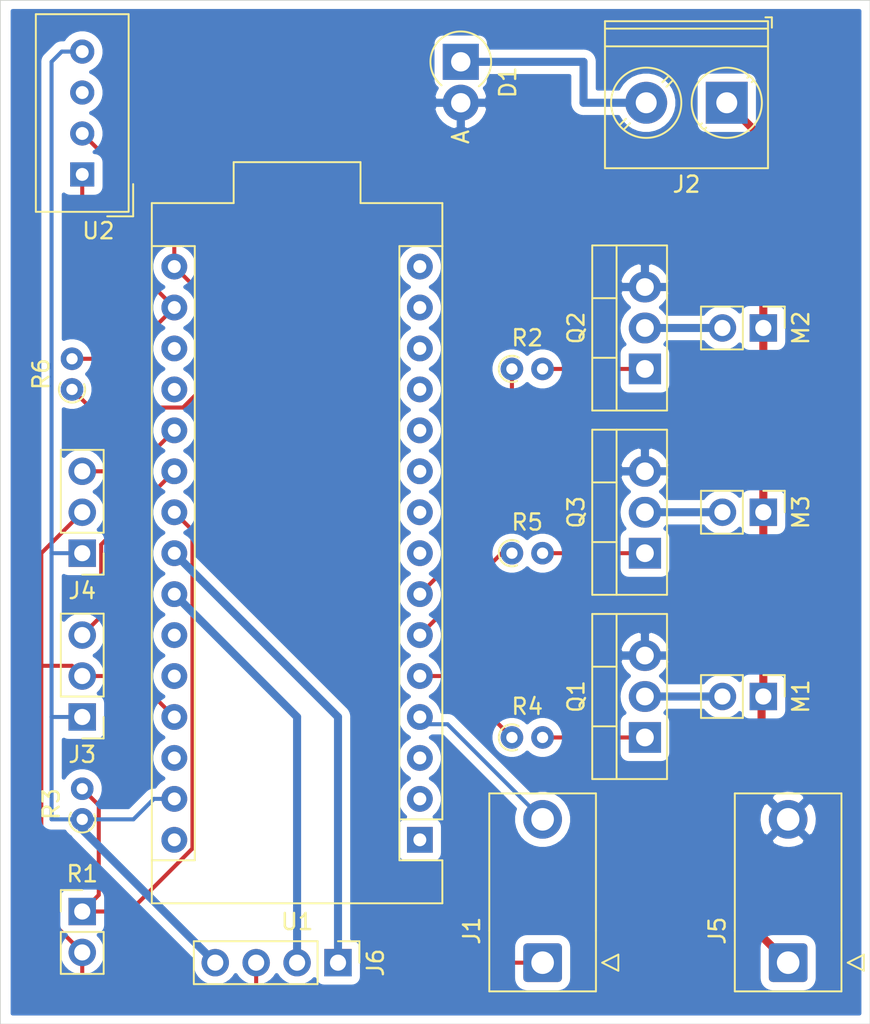
<source format=kicad_pcb>
(kicad_pcb (version 20171130) (host pcbnew 5.1.12-84ad8e8a86~92~ubuntu20.04.1)

  (general
    (thickness 1.6)
    (drawings 4)
    (tracks 92)
    (zones 0)
    (modules 21)
    (nets 40)
  )

  (page A4)
  (layers
    (0 F.Cu signal)
    (31 B.Cu signal)
    (32 B.Adhes user)
    (33 F.Adhes user)
    (34 B.Paste user)
    (35 F.Paste user)
    (36 B.SilkS user)
    (37 F.SilkS user)
    (38 B.Mask user)
    (39 F.Mask user)
    (40 Dwgs.User user)
    (41 Cmts.User user)
    (42 Eco1.User user)
    (43 Eco2.User user)
    (44 Edge.Cuts user)
    (45 Margin user)
    (46 B.CrtYd user)
    (47 F.CrtYd user)
    (48 B.Fab user)
    (49 F.Fab user hide)
  )

  (setup
    (last_trace_width 0.25)
    (user_trace_width 0.5)
    (trace_clearance 0.2)
    (zone_clearance 0.508)
    (zone_45_only no)
    (trace_min 0.2)
    (via_size 0.8)
    (via_drill 0.4)
    (via_min_size 0.4)
    (via_min_drill 0.3)
    (user_via 0.5 0.4)
    (uvia_size 0.3)
    (uvia_drill 0.1)
    (uvias_allowed no)
    (uvia_min_size 0.2)
    (uvia_min_drill 0.1)
    (edge_width 0.05)
    (segment_width 0.2)
    (pcb_text_width 0.3)
    (pcb_text_size 1.5 1.5)
    (mod_edge_width 0.12)
    (mod_text_size 1 1)
    (mod_text_width 0.15)
    (pad_size 1.524 1.524)
    (pad_drill 0.762)
    (pad_to_mask_clearance 0)
    (aux_axis_origin 0 0)
    (visible_elements 7FFFFFFF)
    (pcbplotparams
      (layerselection 0x010f0_ffffffff)
      (usegerberextensions true)
      (usegerberattributes true)
      (usegerberadvancedattributes true)
      (creategerberjobfile false)
      (excludeedgelayer true)
      (linewidth 0.100000)
      (plotframeref false)
      (viasonmask false)
      (mode 1)
      (useauxorigin false)
      (hpglpennumber 1)
      (hpglpenspeed 20)
      (hpglpendiameter 15.000000)
      (psnegative false)
      (psa4output false)
      (plotreference true)
      (plotvalue true)
      (plotinvisibletext false)
      (padsonsilk false)
      (subtractmaskfromsilk false)
      (outputformat 1)
      (mirror false)
      (drillshape 0)
      (scaleselection 1)
      (outputdirectory "gerber/"))
  )

  (net 0 "")
  (net 1 "Net-(J2-Pad1)")
  (net 2 GND)
  (net 3 "Net-(J3-Pad3)")
  (net 4 "Net-(M1-Pad2)")
  (net 5 "Net-(M2-Pad2)")
  (net 6 "Net-(M3-Pad2)")
  (net 7 "Net-(Q1-Pad1)")
  (net 8 "Net-(Q2-Pad1)")
  (net 9 "Net-(Q3-Pad1)")
  (net 10 "Net-(R1-Pad1)")
  (net 11 "Net-(R2-Pad1)")
  (net 12 "Net-(R4-Pad1)")
  (net 13 "Net-(R5-Pad1)")
  (net 14 "Net-(J4-Pad3)")
  (net 15 "Net-(U1-Pad1)")
  (net 16 "Net-(U1-Pad2)")
  (net 17 "Net-(U1-Pad18)")
  (net 18 "Net-(U1-Pad3)")
  (net 19 "Net-(U1-Pad8)")
  (net 20 "Net-(U1-Pad25)")
  (net 21 "Net-(U1-Pad26)")
  (net 22 "Net-(U1-Pad11)")
  (net 23 "Net-(U1-Pad12)")
  (net 24 "Net-(U1-Pad28)")
  (net 25 "Net-(U1-Pad13)")
  (net 26 "Net-(U1-Pad14)")
  (net 27 "Net-(U1-Pad30)")
  (net 28 "Net-(R6-Pad1)")
  (net 29 "Net-(U2-Pad3)")
  (net 30 +3V3)
  (net 31 "Net-(U1-Pad15)")
  (net 32 +5V)
  (net 33 "Net-(U1-Pad9)")
  (net 34 "Net-(U1-Pad10)")
  (net 35 "Net-(D1-Pad1)")
  (net 36 "Net-(U1-Pad19)")
  (net 37 GND1)
  (net 38 "Net-(J6-Pad2)")
  (net 39 "Net-(J6-Pad1)")

  (net_class Default "This is the default net class."
    (clearance 0.2)
    (trace_width 0.25)
    (via_dia 0.8)
    (via_drill 0.4)
    (uvia_dia 0.3)
    (uvia_drill 0.1)
    (add_net +3V3)
    (add_net +5V)
    (add_net GND)
    (add_net GND1)
    (add_net "Net-(D1-Pad1)")
    (add_net "Net-(J2-Pad1)")
    (add_net "Net-(J3-Pad3)")
    (add_net "Net-(J4-Pad3)")
    (add_net "Net-(J6-Pad1)")
    (add_net "Net-(J6-Pad2)")
    (add_net "Net-(M1-Pad2)")
    (add_net "Net-(M2-Pad2)")
    (add_net "Net-(M3-Pad2)")
    (add_net "Net-(Q1-Pad1)")
    (add_net "Net-(Q2-Pad1)")
    (add_net "Net-(Q3-Pad1)")
    (add_net "Net-(R1-Pad1)")
    (add_net "Net-(R2-Pad1)")
    (add_net "Net-(R4-Pad1)")
    (add_net "Net-(R5-Pad1)")
    (add_net "Net-(R6-Pad1)")
    (add_net "Net-(U1-Pad1)")
    (add_net "Net-(U1-Pad10)")
    (add_net "Net-(U1-Pad11)")
    (add_net "Net-(U1-Pad12)")
    (add_net "Net-(U1-Pad13)")
    (add_net "Net-(U1-Pad14)")
    (add_net "Net-(U1-Pad15)")
    (add_net "Net-(U1-Pad18)")
    (add_net "Net-(U1-Pad19)")
    (add_net "Net-(U1-Pad2)")
    (add_net "Net-(U1-Pad25)")
    (add_net "Net-(U1-Pad26)")
    (add_net "Net-(U1-Pad28)")
    (add_net "Net-(U1-Pad3)")
    (add_net "Net-(U1-Pad30)")
    (add_net "Net-(U1-Pad8)")
    (add_net "Net-(U1-Pad9)")
    (add_net "Net-(U2-Pad3)")
  )

  (module Connector_PinHeader_2.54mm:PinHeader_1x04_P2.54mm_Vertical (layer F.Cu) (tedit 59FED5CC) (tstamp 61DF150F)
    (at 39.37 73.66 270)
    (descr "Through hole straight pin header, 1x04, 2.54mm pitch, single row")
    (tags "Through hole pin header THT 1x04 2.54mm single row")
    (path /61E05BA5)
    (fp_text reference J6 (at 0 -2.33 90) (layer F.SilkS)
      (effects (font (size 1 1) (thickness 0.15)))
    )
    (fp_text value Conn_01x04_Female (at 0 9.95 90) (layer F.Fab)
      (effects (font (size 1 1) (thickness 0.15)))
    )
    (fp_line (start 1.8 -1.8) (end -1.8 -1.8) (layer F.CrtYd) (width 0.05))
    (fp_line (start 1.8 9.4) (end 1.8 -1.8) (layer F.CrtYd) (width 0.05))
    (fp_line (start -1.8 9.4) (end 1.8 9.4) (layer F.CrtYd) (width 0.05))
    (fp_line (start -1.8 -1.8) (end -1.8 9.4) (layer F.CrtYd) (width 0.05))
    (fp_line (start -1.33 -1.33) (end 0 -1.33) (layer F.SilkS) (width 0.12))
    (fp_line (start -1.33 0) (end -1.33 -1.33) (layer F.SilkS) (width 0.12))
    (fp_line (start -1.33 1.27) (end 1.33 1.27) (layer F.SilkS) (width 0.12))
    (fp_line (start 1.33 1.27) (end 1.33 8.95) (layer F.SilkS) (width 0.12))
    (fp_line (start -1.33 1.27) (end -1.33 8.95) (layer F.SilkS) (width 0.12))
    (fp_line (start -1.33 8.95) (end 1.33 8.95) (layer F.SilkS) (width 0.12))
    (fp_line (start -1.27 -0.635) (end -0.635 -1.27) (layer F.Fab) (width 0.1))
    (fp_line (start -1.27 8.89) (end -1.27 -0.635) (layer F.Fab) (width 0.1))
    (fp_line (start 1.27 8.89) (end -1.27 8.89) (layer F.Fab) (width 0.1))
    (fp_line (start 1.27 -1.27) (end 1.27 8.89) (layer F.Fab) (width 0.1))
    (fp_line (start -0.635 -1.27) (end 1.27 -1.27) (layer F.Fab) (width 0.1))
    (fp_text user %R (at 0 3.81) (layer F.Fab)
      (effects (font (size 1 1) (thickness 0.15)))
    )
    (pad 4 thru_hole oval (at 0 7.62 270) (size 1.7 1.7) (drill 1) (layers *.Cu *.Mask)
      (net 37 GND1))
    (pad 3 thru_hole oval (at 0 5.08 270) (size 1.7 1.7) (drill 1) (layers *.Cu *.Mask)
      (net 32 +5V))
    (pad 2 thru_hole oval (at 0 2.54 270) (size 1.7 1.7) (drill 1) (layers *.Cu *.Mask)
      (net 38 "Net-(J6-Pad2)"))
    (pad 1 thru_hole rect (at 0 0 270) (size 1.7 1.7) (drill 1) (layers *.Cu *.Mask)
      (net 39 "Net-(J6-Pad1)"))
    (model ${KISYS3DMOD}/Connector_PinHeader_2.54mm.3dshapes/PinHeader_1x04_P2.54mm_Vertical.wrl
      (at (xyz 0 0 0))
      (scale (xyz 1 1 1))
      (rotate (xyz 0 0 0))
    )
  )

  (module Connector_PinHeader_2.54mm:PinHeader_1x03_P2.54mm_Vertical (layer F.Cu) (tedit 59FED5CC) (tstamp 61B3E447)
    (at 23.495 58.42 180)
    (descr "Through hole straight pin header, 1x03, 2.54mm pitch, single row")
    (tags "Through hole pin header THT 1x03 2.54mm single row")
    (path /61B07810)
    (fp_text reference J3 (at 0 -2.33) (layer F.SilkS)
      (effects (font (size 1 1) (thickness 0.15)))
    )
    (fp_text value "Water Level Sensor" (at 0 7.41) (layer F.Fab)
      (effects (font (size 1 1) (thickness 0.15)))
    )
    (fp_line (start 1.8 -1.8) (end -1.8 -1.8) (layer F.CrtYd) (width 0.05))
    (fp_line (start 1.8 6.85) (end 1.8 -1.8) (layer F.CrtYd) (width 0.05))
    (fp_line (start -1.8 6.85) (end 1.8 6.85) (layer F.CrtYd) (width 0.05))
    (fp_line (start -1.8 -1.8) (end -1.8 6.85) (layer F.CrtYd) (width 0.05))
    (fp_line (start -1.33 -1.33) (end 0 -1.33) (layer F.SilkS) (width 0.12))
    (fp_line (start -1.33 0) (end -1.33 -1.33) (layer F.SilkS) (width 0.12))
    (fp_line (start -1.33 1.27) (end 1.33 1.27) (layer F.SilkS) (width 0.12))
    (fp_line (start 1.33 1.27) (end 1.33 6.41) (layer F.SilkS) (width 0.12))
    (fp_line (start -1.33 1.27) (end -1.33 6.41) (layer F.SilkS) (width 0.12))
    (fp_line (start -1.33 6.41) (end 1.33 6.41) (layer F.SilkS) (width 0.12))
    (fp_line (start -1.27 -0.635) (end -0.635 -1.27) (layer F.Fab) (width 0.1))
    (fp_line (start -1.27 6.35) (end -1.27 -0.635) (layer F.Fab) (width 0.1))
    (fp_line (start 1.27 6.35) (end -1.27 6.35) (layer F.Fab) (width 0.1))
    (fp_line (start 1.27 -1.27) (end 1.27 6.35) (layer F.Fab) (width 0.1))
    (fp_line (start -0.635 -1.27) (end 1.27 -1.27) (layer F.Fab) (width 0.1))
    (fp_text user %R (at 0 2.54 90) (layer F.Fab)
      (effects (font (size 1 1) (thickness 0.15)))
    )
    (pad 3 thru_hole oval (at 0 5.08 180) (size 1.7 1.7) (drill 1) (layers *.Cu *.Mask)
      (net 3 "Net-(J3-Pad3)"))
    (pad 2 thru_hole oval (at 0 2.54 180) (size 1.7 1.7) (drill 1) (layers *.Cu *.Mask)
      (net 32 +5V))
    (pad 1 thru_hole rect (at 0 0 180) (size 1.7 1.7) (drill 1) (layers *.Cu *.Mask)
      (net 37 GND1))
    (model ${KISYS3DMOD}/Connector_PinHeader_2.54mm.3dshapes/PinHeader_1x03_P2.54mm_Vertical.wrl
      (at (xyz 0 0 0))
      (scale (xyz 1 1 1))
      (rotate (xyz 0 0 0))
    )
  )

  (module aquaponics-1:VP-TE_826576-2_1x02_P3.96mm_Vertical (layer F.Cu) (tedit 61C8493E) (tstamp 61C8D4E3)
    (at 67.31 73.66 90)
    (descr "TE, 826576-2, 2 Pins (https://www.te.com/commerce/DocumentDelivery/DDEController?Action=srchrtrv&DocNm=826576&DocType=Customer+Drawing&DocLang=English), generated with kicad-footprint-generator")
    (tags "connector TE 826576 vertical")
    (path /61B405B6)
    (fp_text reference J5 (at 1.98 -4.4 90) (layer F.SilkS)
      (effects (font (size 1 1) (thickness 0.15)))
    )
    (fp_text value Conn_01x02_Female (at 1.98 4.4 90) (layer F.Fab)
      (effects (font (size 1 1) (thickness 0.15)))
    )
    (fp_line (start 1.98 -3.2) (end -1.67 -3.2) (layer F.Fab) (width 0.1))
    (fp_line (start -1.67 -3.2) (end -1.67 3.2) (layer F.Fab) (width 0.1))
    (fp_line (start -1.67 3.2) (end 1.98 3.2) (layer F.Fab) (width 0.1))
    (fp_line (start 1.98 -3.2) (end 10.4 -3.2) (layer F.Fab) (width 0.1))
    (fp_line (start 10.4 -3.2) (end 10.4 3.2) (layer F.Fab) (width 0.1))
    (fp_line (start 10.4 3.2) (end 1.98 3.2) (layer F.Fab) (width 0.1))
    (fp_line (start 1.98 -3.31) (end -1.78 -3.31) (layer F.SilkS) (width 0.12))
    (fp_line (start -1.78 -3.31) (end -1.78 3.31) (layer F.SilkS) (width 0.12))
    (fp_line (start -1.78 3.31) (end 1.98 3.31) (layer F.SilkS) (width 0.12))
    (fp_line (start 1.98 -3.31) (end 10.5 -3.31) (layer F.SilkS) (width 0.12))
    (fp_line (start 10.5 -3.31) (end 10.5 3.31) (layer F.SilkS) (width 0.12))
    (fp_line (start 10.5 3.31) (end 1.98 3.31) (layer F.SilkS) (width 0.12))
    (fp_line (start -0.5 3.2) (end 0 2.2) (layer F.Fab) (width 0.1))
    (fp_line (start 0 2.2) (end 0.5 3.2) (layer F.Fab) (width 0.1))
    (fp_line (start -0.5 4.7) (end 0 3.7) (layer F.SilkS) (width 0.12))
    (fp_line (start 0 3.7) (end 0.5 4.7) (layer F.SilkS) (width 0.12))
    (fp_line (start 0.5 4.7) (end -0.5 4.7) (layer F.SilkS) (width 0.12))
    (fp_line (start -2.17 -3.7) (end -2.17 3.7) (layer F.CrtYd) (width 0.05))
    (fp_line (start -2.17 3.7) (end 10.8 3.7) (layer F.CrtYd) (width 0.05))
    (fp_line (start 10.8 3.7) (end 10.8 -3.7) (layer F.CrtYd) (width 0.05))
    (fp_line (start 10.8 -3.7) (end -2.17 -3.7) (layer F.CrtYd) (width 0.05))
    (fp_text user %R (at 1.98 -2.5 90) (layer F.Fab)
      (effects (font (size 1 1) (thickness 0.15)))
    )
    (pad 2 thru_hole circle (at 8.89 0 90) (size 2.4 2.4) (drill 1.4) (layers *.Cu *.Mask)
      (net 2 GND))
    (pad 1 thru_hole roundrect (at 0 0 90) (size 2.4 2.4) (drill 1.4) (layers *.Cu *.Mask) (roundrect_rratio 0.1041666666666667)
      (net 1 "Net-(J2-Pad1)"))
    (model ${KISYS3DMOD}/Connector_TE-Connectivity.3dshapes/TE_826576-2_1x02_P3.96mm_Vertical.wrl
      (at (xyz 0 0 0))
      (scale (xyz 1 1 1))
      (rotate (xyz 0 0 0))
    )
  )

  (module aquaponics-1:VP-TE_826576-2_1x02_P3.96mm_Vertical (layer F.Cu) (tedit 61C8493E) (tstamp 61C8D41D)
    (at 52.07 73.66 90)
    (descr "TE, 826576-2, 2 Pins (https://www.te.com/commerce/DocumentDelivery/DDEController?Action=srchrtrv&DocNm=826576&DocType=Customer+Drawing&DocLang=English), generated with kicad-footprint-generator")
    (tags "connector TE 826576 vertical")
    (path /61AC2ACC)
    (fp_text reference J1 (at 1.98 -4.4 90) (layer F.SilkS)
      (effects (font (size 1 1) (thickness 0.15)))
    )
    (fp_text value "5V Power Source" (at 1.98 4.4 90) (layer F.Fab)
      (effects (font (size 1 1) (thickness 0.15)))
    )
    (fp_line (start 1.98 -3.2) (end -1.67 -3.2) (layer F.Fab) (width 0.1))
    (fp_line (start -1.67 -3.2) (end -1.67 3.2) (layer F.Fab) (width 0.1))
    (fp_line (start -1.67 3.2) (end 1.98 3.2) (layer F.Fab) (width 0.1))
    (fp_line (start 1.98 -3.2) (end 10.4 -3.2) (layer F.Fab) (width 0.1))
    (fp_line (start 10.4 -3.2) (end 10.4 3.2) (layer F.Fab) (width 0.1))
    (fp_line (start 10.4 3.2) (end 1.98 3.2) (layer F.Fab) (width 0.1))
    (fp_line (start 1.98 -3.31) (end -1.78 -3.31) (layer F.SilkS) (width 0.12))
    (fp_line (start -1.78 -3.31) (end -1.78 3.31) (layer F.SilkS) (width 0.12))
    (fp_line (start -1.78 3.31) (end 1.98 3.31) (layer F.SilkS) (width 0.12))
    (fp_line (start 1.98 -3.31) (end 10.5 -3.31) (layer F.SilkS) (width 0.12))
    (fp_line (start 10.5 -3.31) (end 10.5 3.31) (layer F.SilkS) (width 0.12))
    (fp_line (start 10.5 3.31) (end 1.98 3.31) (layer F.SilkS) (width 0.12))
    (fp_line (start -0.5 3.2) (end 0 2.2) (layer F.Fab) (width 0.1))
    (fp_line (start 0 2.2) (end 0.5 3.2) (layer F.Fab) (width 0.1))
    (fp_line (start -0.5 4.7) (end 0 3.7) (layer F.SilkS) (width 0.12))
    (fp_line (start 0 3.7) (end 0.5 4.7) (layer F.SilkS) (width 0.12))
    (fp_line (start 0.5 4.7) (end -0.5 4.7) (layer F.SilkS) (width 0.12))
    (fp_line (start -2.17 -3.7) (end -2.17 3.7) (layer F.CrtYd) (width 0.05))
    (fp_line (start -2.17 3.7) (end 10.8 3.7) (layer F.CrtYd) (width 0.05))
    (fp_line (start 10.8 3.7) (end 10.8 -3.7) (layer F.CrtYd) (width 0.05))
    (fp_line (start 10.8 -3.7) (end -2.17 -3.7) (layer F.CrtYd) (width 0.05))
    (fp_text user %R (at 1.98 -2.5 90) (layer F.Fab)
      (effects (font (size 1 1) (thickness 0.15)))
    )
    (pad 2 thru_hole circle (at 8.89 0 90) (size 2.4 2.4) (drill 1.4) (layers *.Cu *.Mask)
      (net 37 GND1))
    (pad 1 thru_hole roundrect (at 0 0 90) (size 2.4 2.4) (drill 1.4) (layers *.Cu *.Mask) (roundrect_rratio 0.1041666666666667)
      (net 32 +5V))
    (model ${KISYS3DMOD}/Connector_TE-Connectivity.3dshapes/TE_826576-2_1x02_P3.96mm_Vertical.wrl
      (at (xyz 0 0 0))
      (scale (xyz 1 1 1))
      (rotate (xyz 0 0 0))
    )
  )

  (module Connector_PinHeader_2.54mm:PinHeader_1x03_P2.54mm_Vertical (layer F.Cu) (tedit 59FED5CC) (tstamp 61B3E460)
    (at 23.495 48.26 180)
    (descr "Through hole straight pin header, 1x03, 2.54mm pitch, single row")
    (tags "Through hole pin header THT 1x03 2.54mm single row")
    (path /61B0AB30)
    (fp_text reference J4 (at 0 -2.33) (layer F.SilkS)
      (effects (font (size 1 1) (thickness 0.15)))
    )
    (fp_text value "Rain Sensor" (at 0 7.41) (layer F.Fab)
      (effects (font (size 1 1) (thickness 0.15)))
    )
    (fp_line (start 1.8 -1.8) (end -1.8 -1.8) (layer F.CrtYd) (width 0.05))
    (fp_line (start 1.8 6.85) (end 1.8 -1.8) (layer F.CrtYd) (width 0.05))
    (fp_line (start -1.8 6.85) (end 1.8 6.85) (layer F.CrtYd) (width 0.05))
    (fp_line (start -1.8 -1.8) (end -1.8 6.85) (layer F.CrtYd) (width 0.05))
    (fp_line (start -1.33 -1.33) (end 0 -1.33) (layer F.SilkS) (width 0.12))
    (fp_line (start -1.33 0) (end -1.33 -1.33) (layer F.SilkS) (width 0.12))
    (fp_line (start -1.33 1.27) (end 1.33 1.27) (layer F.SilkS) (width 0.12))
    (fp_line (start 1.33 1.27) (end 1.33 6.41) (layer F.SilkS) (width 0.12))
    (fp_line (start -1.33 1.27) (end -1.33 6.41) (layer F.SilkS) (width 0.12))
    (fp_line (start -1.33 6.41) (end 1.33 6.41) (layer F.SilkS) (width 0.12))
    (fp_line (start -1.27 -0.635) (end -0.635 -1.27) (layer F.Fab) (width 0.1))
    (fp_line (start -1.27 6.35) (end -1.27 -0.635) (layer F.Fab) (width 0.1))
    (fp_line (start 1.27 6.35) (end -1.27 6.35) (layer F.Fab) (width 0.1))
    (fp_line (start 1.27 -1.27) (end 1.27 6.35) (layer F.Fab) (width 0.1))
    (fp_line (start -0.635 -1.27) (end 1.27 -1.27) (layer F.Fab) (width 0.1))
    (fp_text user %R (at 0 2.54 90) (layer F.Fab)
      (effects (font (size 1 1) (thickness 0.15)))
    )
    (pad 3 thru_hole oval (at 0 5.08 180) (size 1.7 1.7) (drill 1) (layers *.Cu *.Mask)
      (net 14 "Net-(J4-Pad3)"))
    (pad 2 thru_hole oval (at 0 2.54 180) (size 1.7 1.7) (drill 1) (layers *.Cu *.Mask)
      (net 32 +5V))
    (pad 1 thru_hole rect (at 0 0 180) (size 1.7 1.7) (drill 1) (layers *.Cu *.Mask)
      (net 37 GND1))
    (model ${KISYS3DMOD}/Connector_PinHeader_2.54mm.3dshapes/PinHeader_1x03_P2.54mm_Vertical.wrl
      (at (xyz 0 0 0))
      (scale (xyz 1 1 1))
      (rotate (xyz 0 0 0))
    )
  )

  (module Resistor_THT:R_Axial_DIN0204_L3.6mm_D1.6mm_P1.90mm_Vertical (layer F.Cu) (tedit 5AE5139B) (tstamp 61B3E575)
    (at 22.86 38.1 90)
    (descr "Resistor, Axial_DIN0204 series, Axial, Vertical, pin pitch=1.9mm, 0.167W, length*diameter=3.6*1.6mm^2, http://cdn-reichelt.de/documents/datenblatt/B400/1_4W%23YAG.pdf")
    (tags "Resistor Axial_DIN0204 series Axial Vertical pin pitch 1.9mm 0.167W length 3.6mm diameter 1.6mm")
    (path /61B3D7D4)
    (fp_text reference R6 (at 0.95 -1.92 90) (layer F.SilkS)
      (effects (font (size 1 1) (thickness 0.15)))
    )
    (fp_text value 10k (at 0.95 1.92 90) (layer F.Fab)
      (effects (font (size 1 1) (thickness 0.15)))
    )
    (fp_line (start 2.86 -1.05) (end -1.05 -1.05) (layer F.CrtYd) (width 0.05))
    (fp_line (start 2.86 1.05) (end 2.86 -1.05) (layer F.CrtYd) (width 0.05))
    (fp_line (start -1.05 1.05) (end 2.86 1.05) (layer F.CrtYd) (width 0.05))
    (fp_line (start -1.05 -1.05) (end -1.05 1.05) (layer F.CrtYd) (width 0.05))
    (fp_line (start 0 0) (end 1.9 0) (layer F.Fab) (width 0.1))
    (fp_circle (center 0 0) (end 0.8 0) (layer F.Fab) (width 0.1))
    (fp_text user %R (at 0.95 -1.92 90) (layer F.Fab)
      (effects (font (size 1 1) (thickness 0.15)))
    )
    (fp_arc (start 0 0) (end 0.417133 -0.7) (angle -233.92106) (layer F.SilkS) (width 0.12))
    (pad 2 thru_hole oval (at 1.9 0 90) (size 1.4 1.4) (drill 0.7) (layers *.Cu *.Mask)
      (net 30 +3V3))
    (pad 1 thru_hole circle (at 0 0 90) (size 1.4 1.4) (drill 0.7) (layers *.Cu *.Mask)
      (net 28 "Net-(R6-Pad1)"))
    (model ${KISYS3DMOD}/Resistor_THT.3dshapes/R_Axial_DIN0204_L3.6mm_D1.6mm_P1.90mm_Vertical.wrl
      (at (xyz 0 0 0))
      (scale (xyz 1 1 1))
      (rotate (xyz 0 0 0))
    )
  )

  (module Connector_PinHeader_2.54mm:PinHeader_1x02_P2.54mm_Vertical (layer F.Cu) (tedit 59FED5CC) (tstamp 61B3E52A)
    (at 23.495 70.485)
    (descr "Through hole straight pin header, 1x02, 2.54mm pitch, single row")
    (tags "Through hole pin header THT 1x02 2.54mm single row")
    (path /61ADB901)
    (fp_text reference R1 (at 0 -2.33) (layer F.SilkS)
      (effects (font (size 1 1) (thickness 0.15)))
    )
    (fp_text value "Light Sensor" (at 0 4.87) (layer F.Fab)
      (effects (font (size 1 1) (thickness 0.15)))
    )
    (fp_line (start 1.8 -1.8) (end -1.8 -1.8) (layer F.CrtYd) (width 0.05))
    (fp_line (start 1.8 4.35) (end 1.8 -1.8) (layer F.CrtYd) (width 0.05))
    (fp_line (start -1.8 4.35) (end 1.8 4.35) (layer F.CrtYd) (width 0.05))
    (fp_line (start -1.8 -1.8) (end -1.8 4.35) (layer F.CrtYd) (width 0.05))
    (fp_line (start -1.33 -1.33) (end 0 -1.33) (layer F.SilkS) (width 0.12))
    (fp_line (start -1.33 0) (end -1.33 -1.33) (layer F.SilkS) (width 0.12))
    (fp_line (start -1.33 1.27) (end 1.33 1.27) (layer F.SilkS) (width 0.12))
    (fp_line (start 1.33 1.27) (end 1.33 3.87) (layer F.SilkS) (width 0.12))
    (fp_line (start -1.33 1.27) (end -1.33 3.87) (layer F.SilkS) (width 0.12))
    (fp_line (start -1.33 3.87) (end 1.33 3.87) (layer F.SilkS) (width 0.12))
    (fp_line (start -1.27 -0.635) (end -0.635 -1.27) (layer F.Fab) (width 0.1))
    (fp_line (start -1.27 3.81) (end -1.27 -0.635) (layer F.Fab) (width 0.1))
    (fp_line (start 1.27 3.81) (end -1.27 3.81) (layer F.Fab) (width 0.1))
    (fp_line (start 1.27 -1.27) (end 1.27 3.81) (layer F.Fab) (width 0.1))
    (fp_line (start -0.635 -1.27) (end 1.27 -1.27) (layer F.Fab) (width 0.1))
    (fp_text user %R (at 0 1.27 90) (layer F.Fab)
      (effects (font (size 1 1) (thickness 0.15)))
    )
    (pad 2 thru_hole oval (at 0 2.54) (size 1.7 1.7) (drill 1) (layers *.Cu *.Mask)
      (net 32 +5V))
    (pad 1 thru_hole rect (at 0 0) (size 1.7 1.7) (drill 1) (layers *.Cu *.Mask)
      (net 10 "Net-(R1-Pad1)"))
    (model ${KISYS3DMOD}/Connector_PinHeader_2.54mm.3dshapes/PinHeader_1x02_P2.54mm_Vertical.wrl
      (at (xyz 0 0 0))
      (scale (xyz 1 1 1))
      (rotate (xyz 0 0 0))
    )
  )

  (module Connector_PinHeader_2.54mm:PinHeader_1x02_P2.54mm_Vertical (layer F.Cu) (tedit 59FED5CC) (tstamp 61B3E4C4)
    (at 65.77 45.72 270)
    (descr "Through hole straight pin header, 1x02, 2.54mm pitch, single row")
    (tags "Through hole pin header THT 1x02 2.54mm single row")
    (path /61AC8142)
    (fp_text reference M3 (at 0 -2.33 90) (layer F.SilkS)
      (effects (font (size 1 1) (thickness 0.15)))
    )
    (fp_text value "Fish Feeder" (at 0 4.87 90) (layer F.Fab)
      (effects (font (size 1 1) (thickness 0.15)))
    )
    (fp_line (start 1.8 -1.8) (end -1.8 -1.8) (layer F.CrtYd) (width 0.05))
    (fp_line (start 1.8 4.35) (end 1.8 -1.8) (layer F.CrtYd) (width 0.05))
    (fp_line (start -1.8 4.35) (end 1.8 4.35) (layer F.CrtYd) (width 0.05))
    (fp_line (start -1.8 -1.8) (end -1.8 4.35) (layer F.CrtYd) (width 0.05))
    (fp_line (start -1.33 -1.33) (end 0 -1.33) (layer F.SilkS) (width 0.12))
    (fp_line (start -1.33 0) (end -1.33 -1.33) (layer F.SilkS) (width 0.12))
    (fp_line (start -1.33 1.27) (end 1.33 1.27) (layer F.SilkS) (width 0.12))
    (fp_line (start 1.33 1.27) (end 1.33 3.87) (layer F.SilkS) (width 0.12))
    (fp_line (start -1.33 1.27) (end -1.33 3.87) (layer F.SilkS) (width 0.12))
    (fp_line (start -1.33 3.87) (end 1.33 3.87) (layer F.SilkS) (width 0.12))
    (fp_line (start -1.27 -0.635) (end -0.635 -1.27) (layer F.Fab) (width 0.1))
    (fp_line (start -1.27 3.81) (end -1.27 -0.635) (layer F.Fab) (width 0.1))
    (fp_line (start 1.27 3.81) (end -1.27 3.81) (layer F.Fab) (width 0.1))
    (fp_line (start 1.27 -1.27) (end 1.27 3.81) (layer F.Fab) (width 0.1))
    (fp_line (start -0.635 -1.27) (end 1.27 -1.27) (layer F.Fab) (width 0.1))
    (fp_text user %R (at 0 1.27) (layer F.Fab)
      (effects (font (size 1 1) (thickness 0.15)))
    )
    (pad 2 thru_hole oval (at 0 2.54 270) (size 1.7 1.7) (drill 1) (layers *.Cu *.Mask)
      (net 6 "Net-(M3-Pad2)"))
    (pad 1 thru_hole rect (at 0 0 270) (size 1.7 1.7) (drill 1) (layers *.Cu *.Mask)
      (net 1 "Net-(J2-Pad1)"))
    (model ${KISYS3DMOD}/Connector_PinHeader_2.54mm.3dshapes/PinHeader_1x02_P2.54mm_Vertical.wrl
      (at (xyz 0 0 0))
      (scale (xyz 1 1 1))
      (rotate (xyz 0 0 0))
    )
  )

  (module Connector_PinHeader_2.54mm:PinHeader_1x02_P2.54mm_Vertical (layer F.Cu) (tedit 59FED5CC) (tstamp 61B3E4AC)
    (at 65.77 34.29 270)
    (descr "Through hole straight pin header, 1x02, 2.54mm pitch, single row")
    (tags "Through hole pin header THT 1x02 2.54mm single row")
    (path /61AC2846)
    (fp_text reference M2 (at 0 -2.33 90) (layer F.SilkS)
      (effects (font (size 1 1) (thickness 0.15)))
    )
    (fp_text value "Overflow Pump" (at 0 4.87 90) (layer F.Fab)
      (effects (font (size 1 1) (thickness 0.15)))
    )
    (fp_line (start 1.8 -1.8) (end -1.8 -1.8) (layer F.CrtYd) (width 0.05))
    (fp_line (start 1.8 4.35) (end 1.8 -1.8) (layer F.CrtYd) (width 0.05))
    (fp_line (start -1.8 4.35) (end 1.8 4.35) (layer F.CrtYd) (width 0.05))
    (fp_line (start -1.8 -1.8) (end -1.8 4.35) (layer F.CrtYd) (width 0.05))
    (fp_line (start -1.33 -1.33) (end 0 -1.33) (layer F.SilkS) (width 0.12))
    (fp_line (start -1.33 0) (end -1.33 -1.33) (layer F.SilkS) (width 0.12))
    (fp_line (start -1.33 1.27) (end 1.33 1.27) (layer F.SilkS) (width 0.12))
    (fp_line (start 1.33 1.27) (end 1.33 3.87) (layer F.SilkS) (width 0.12))
    (fp_line (start -1.33 1.27) (end -1.33 3.87) (layer F.SilkS) (width 0.12))
    (fp_line (start -1.33 3.87) (end 1.33 3.87) (layer F.SilkS) (width 0.12))
    (fp_line (start -1.27 -0.635) (end -0.635 -1.27) (layer F.Fab) (width 0.1))
    (fp_line (start -1.27 3.81) (end -1.27 -0.635) (layer F.Fab) (width 0.1))
    (fp_line (start 1.27 3.81) (end -1.27 3.81) (layer F.Fab) (width 0.1))
    (fp_line (start 1.27 -1.27) (end 1.27 3.81) (layer F.Fab) (width 0.1))
    (fp_line (start -0.635 -1.27) (end 1.27 -1.27) (layer F.Fab) (width 0.1))
    (fp_text user %R (at 0 1.27) (layer F.Fab)
      (effects (font (size 1 1) (thickness 0.15)))
    )
    (pad 2 thru_hole oval (at 0 2.54 270) (size 1.7 1.7) (drill 1) (layers *.Cu *.Mask)
      (net 5 "Net-(M2-Pad2)"))
    (pad 1 thru_hole rect (at 0 0 270) (size 1.7 1.7) (drill 1) (layers *.Cu *.Mask)
      (net 1 "Net-(J2-Pad1)"))
    (model ${KISYS3DMOD}/Connector_PinHeader_2.54mm.3dshapes/PinHeader_1x02_P2.54mm_Vertical.wrl
      (at (xyz 0 0 0))
      (scale (xyz 1 1 1))
      (rotate (xyz 0 0 0))
    )
  )

  (module Connector_PinHeader_2.54mm:PinHeader_1x02_P2.54mm_Vertical (layer F.Cu) (tedit 59FED5CC) (tstamp 61B3E494)
    (at 65.77 57.15 270)
    (descr "Through hole straight pin header, 1x02, 2.54mm pitch, single row")
    (tags "Through hole pin header THT 1x02 2.54mm single row")
    (path /61AC0451)
    (fp_text reference M1 (at 0 -2.33 90) (layer F.SilkS)
      (effects (font (size 1 1) (thickness 0.15)))
    )
    (fp_text value "Growbed Pump " (at 0 4.87 90) (layer F.Fab)
      (effects (font (size 1 1) (thickness 0.15)))
    )
    (fp_line (start 1.8 -1.8) (end -1.8 -1.8) (layer F.CrtYd) (width 0.05))
    (fp_line (start 1.8 4.35) (end 1.8 -1.8) (layer F.CrtYd) (width 0.05))
    (fp_line (start -1.8 4.35) (end 1.8 4.35) (layer F.CrtYd) (width 0.05))
    (fp_line (start -1.8 -1.8) (end -1.8 4.35) (layer F.CrtYd) (width 0.05))
    (fp_line (start -1.33 -1.33) (end 0 -1.33) (layer F.SilkS) (width 0.12))
    (fp_line (start -1.33 0) (end -1.33 -1.33) (layer F.SilkS) (width 0.12))
    (fp_line (start -1.33 1.27) (end 1.33 1.27) (layer F.SilkS) (width 0.12))
    (fp_line (start 1.33 1.27) (end 1.33 3.87) (layer F.SilkS) (width 0.12))
    (fp_line (start -1.33 1.27) (end -1.33 3.87) (layer F.SilkS) (width 0.12))
    (fp_line (start -1.33 3.87) (end 1.33 3.87) (layer F.SilkS) (width 0.12))
    (fp_line (start -1.27 -0.635) (end -0.635 -1.27) (layer F.Fab) (width 0.1))
    (fp_line (start -1.27 3.81) (end -1.27 -0.635) (layer F.Fab) (width 0.1))
    (fp_line (start 1.27 3.81) (end -1.27 3.81) (layer F.Fab) (width 0.1))
    (fp_line (start 1.27 -1.27) (end 1.27 3.81) (layer F.Fab) (width 0.1))
    (fp_line (start -0.635 -1.27) (end 1.27 -1.27) (layer F.Fab) (width 0.1))
    (fp_text user %R (at 0 1.27) (layer F.Fab)
      (effects (font (size 1 1) (thickness 0.15)))
    )
    (pad 2 thru_hole oval (at 0 2.54 270) (size 1.7 1.7) (drill 1) (layers *.Cu *.Mask)
      (net 4 "Net-(M1-Pad2)"))
    (pad 1 thru_hole rect (at 0 0 270) (size 1.7 1.7) (drill 1) (layers *.Cu *.Mask)
      (net 1 "Net-(J2-Pad1)"))
    (model ${KISYS3DMOD}/Connector_PinHeader_2.54mm.3dshapes/PinHeader_1x02_P2.54mm_Vertical.wrl
      (at (xyz 0 0 0))
      (scale (xyz 1 1 1))
      (rotate (xyz 0 0 0))
    )
  )

  (module TerminalBlock_Phoenix:TerminalBlock_Phoenix_PT-1,5-2-5.0-H_1x02_P5.00mm_Horizontal (layer F.Cu) (tedit 5B294F69) (tstamp 61B4BDF2)
    (at 63.5 20.32 180)
    (descr "Terminal Block Phoenix PT-1,5-2-5.0-H, 2 pins, pitch 5mm, size 10x9mm^2, drill diamater 1.3mm, pad diameter 2.6mm, see http://www.mouser.com/ds/2/324/ItemDetail_1935161-922578.pdf, script-generated using https://github.com/pointhi/kicad-footprint-generator/scripts/TerminalBlock_Phoenix")
    (tags "THT Terminal Block Phoenix PT-1,5-2-5.0-H pitch 5mm size 10x9mm^2 drill 1.3mm pad 2.6mm")
    (path /61B3F470)
    (fp_text reference J2 (at 2.5 -5.06) (layer F.SilkS)
      (effects (font (size 1 1) (thickness 0.15)))
    )
    (fp_text value Screw_Terminal_01x02 (at 2.5 6.06) (layer F.Fab)
      (effects (font (size 1 1) (thickness 0.15)))
    )
    (fp_line (start 8 -4.5) (end -3 -4.5) (layer F.CrtYd) (width 0.05))
    (fp_line (start 8 5.5) (end 8 -4.5) (layer F.CrtYd) (width 0.05))
    (fp_line (start -3 5.5) (end 8 5.5) (layer F.CrtYd) (width 0.05))
    (fp_line (start -3 -4.5) (end -3 5.5) (layer F.CrtYd) (width 0.05))
    (fp_line (start -2.8 5.3) (end -2.4 5.3) (layer F.SilkS) (width 0.12))
    (fp_line (start -2.8 4.66) (end -2.8 5.3) (layer F.SilkS) (width 0.12))
    (fp_line (start 3.742 0.992) (end 3.347 1.388) (layer F.SilkS) (width 0.12))
    (fp_line (start 6.388 -1.654) (end 6.008 -1.274) (layer F.SilkS) (width 0.12))
    (fp_line (start 3.993 1.274) (end 3.613 1.654) (layer F.SilkS) (width 0.12))
    (fp_line (start 6.654 -1.388) (end 6.259 -0.992) (layer F.SilkS) (width 0.12))
    (fp_line (start 6.273 -1.517) (end 3.484 1.273) (layer F.Fab) (width 0.1))
    (fp_line (start 6.517 -1.273) (end 3.728 1.517) (layer F.Fab) (width 0.1))
    (fp_line (start -1.548 1.281) (end -1.654 1.388) (layer F.SilkS) (width 0.12))
    (fp_line (start 1.388 -1.654) (end 1.281 -1.547) (layer F.SilkS) (width 0.12))
    (fp_line (start -1.282 1.547) (end -1.388 1.654) (layer F.SilkS) (width 0.12))
    (fp_line (start 1.654 -1.388) (end 1.547 -1.281) (layer F.SilkS) (width 0.12))
    (fp_line (start 1.273 -1.517) (end -1.517 1.273) (layer F.Fab) (width 0.1))
    (fp_line (start 1.517 -1.273) (end -1.273 1.517) (layer F.Fab) (width 0.1))
    (fp_line (start 7.56 -4.06) (end 7.56 5.06) (layer F.SilkS) (width 0.12))
    (fp_line (start -2.56 -4.06) (end -2.56 5.06) (layer F.SilkS) (width 0.12))
    (fp_line (start -2.56 5.06) (end 7.56 5.06) (layer F.SilkS) (width 0.12))
    (fp_line (start -2.56 -4.06) (end 7.56 -4.06) (layer F.SilkS) (width 0.12))
    (fp_line (start -2.56 3.5) (end 7.56 3.5) (layer F.SilkS) (width 0.12))
    (fp_line (start -2.5 3.5) (end 7.5 3.5) (layer F.Fab) (width 0.1))
    (fp_line (start -2.56 4.6) (end 7.56 4.6) (layer F.SilkS) (width 0.12))
    (fp_line (start -2.5 4.6) (end 7.5 4.6) (layer F.Fab) (width 0.1))
    (fp_line (start -2.5 4.6) (end -2.5 -4) (layer F.Fab) (width 0.1))
    (fp_line (start -2.1 5) (end -2.5 4.6) (layer F.Fab) (width 0.1))
    (fp_line (start 7.5 5) (end -2.1 5) (layer F.Fab) (width 0.1))
    (fp_line (start 7.5 -4) (end 7.5 5) (layer F.Fab) (width 0.1))
    (fp_line (start -2.5 -4) (end 7.5 -4) (layer F.Fab) (width 0.1))
    (fp_circle (center 5 0) (end 7.18 0) (layer F.SilkS) (width 0.12))
    (fp_circle (center 5 0) (end 7 0) (layer F.Fab) (width 0.1))
    (fp_circle (center 0 0) (end 2.18 0) (layer F.SilkS) (width 0.12))
    (fp_circle (center 0 0) (end 2 0) (layer F.Fab) (width 0.1))
    (fp_text user %R (at 2.5 2.9) (layer F.Fab)
      (effects (font (size 1 1) (thickness 0.15)))
    )
    (pad 2 thru_hole circle (at 5 0 180) (size 2.6 2.6) (drill 1.3) (layers *.Cu *.Mask)
      (net 35 "Net-(D1-Pad1)"))
    (pad 1 thru_hole rect (at 0 0 180) (size 2.6 2.6) (drill 1.3) (layers *.Cu *.Mask)
      (net 1 "Net-(J2-Pad1)"))
    (model ${KISYS3DMOD}/TerminalBlock_Phoenix.3dshapes/TerminalBlock_Phoenix_PT-1,5-2-5.0-H_1x02_P5.00mm_Horizontal.wrl
      (at (xyz 0 0 0))
      (scale (xyz 1 1 1))
      (rotate (xyz 0 0 0))
    )
  )

  (module Arduino:Arduino_Nano (layer F.Cu) (tedit 5FA0E99E) (tstamp 61B3E5B6)
    (at 44.45 66.04 180)
    (descr "Arduino Nano")
    (tags "Arduino Nano")
    (path /61A9C2CE)
    (fp_text reference U1 (at 7.62 -5.08) (layer F.SilkS)
      (effects (font (size 1 1) (thickness 0.15)))
    )
    (fp_text value Arduino_Nano (at 8.89 19.05 90) (layer F.Fab)
      (effects (font (size 1 1) (thickness 0.15)))
    )
    (fp_line (start 3.683 42.037) (end 11.557 42.037) (layer F.SilkS) (width 0.12))
    (fp_line (start 11.557 42.037) (end 11.557 39.497) (layer F.SilkS) (width 0.12))
    (fp_line (start 11.557 39.497) (end 16.637 39.497) (layer F.SilkS) (width 0.12))
    (fp_line (start 3.683 42.037) (end 3.683 39.497) (layer F.SilkS) (width 0.12))
    (fp_line (start 16.764 42.164) (end -1.524 42.164) (layer F.CrtYd) (width 0.05))
    (fp_line (start 16.764 42.164) (end 16.764 -4.064) (layer F.CrtYd) (width 0.05))
    (fp_line (start -1.524 -4.064) (end -1.524 42.164) (layer F.CrtYd) (width 0.05))
    (fp_line (start -1.524 -4.064) (end 16.764 -4.064) (layer F.CrtYd) (width 0.05))
    (fp_line (start 16.51 -3.81) (end 16.51 39.37) (layer F.Fab) (width 0.1))
    (fp_line (start 0 -3.81) (end 16.51 -3.81) (layer F.Fab) (width 0.1))
    (fp_line (start -1.27 -2.54) (end 0 -3.81) (layer F.Fab) (width 0.1))
    (fp_line (start -1.27 39.37) (end -1.27 -2.54) (layer F.Fab) (width 0.1))
    (fp_line (start 16.51 39.37) (end -1.27 39.37) (layer F.Fab) (width 0.1))
    (fp_line (start 16.637 -3.937) (end -1.397 -3.937) (layer F.SilkS) (width 0.12))
    (fp_line (start 16.637 39.497) (end 16.637 -3.937) (layer F.SilkS) (width 0.12))
    (fp_line (start -1.397 39.497) (end 3.683 39.497) (layer F.SilkS) (width 0.12))
    (fp_line (start 3.81 41.91) (end 3.81 31.75) (layer F.Fab) (width 0.1))
    (fp_line (start 11.43 41.91) (end 3.81 41.91) (layer F.Fab) (width 0.1))
    (fp_line (start 11.43 31.75) (end 11.43 41.91) (layer F.Fab) (width 0.1))
    (fp_line (start 3.81 31.75) (end 11.43 31.75) (layer F.Fab) (width 0.1))
    (fp_line (start 1.27 36.83) (end -1.4 36.83) (layer F.SilkS) (width 0.12))
    (fp_line (start 1.27 1.27) (end 1.27 36.83) (layer F.SilkS) (width 0.12))
    (fp_line (start 1.27 1.27) (end -1.397 1.27) (layer F.SilkS) (width 0.12))
    (fp_line (start 13.97 36.83) (end 16.64 36.83) (layer F.SilkS) (width 0.12))
    (fp_line (start 13.97 -1.27) (end 13.97 36.83) (layer F.SilkS) (width 0.12))
    (fp_line (start 13.97 -1.27) (end 16.64 -1.27) (layer F.SilkS) (width 0.12))
    (fp_line (start -1.397 -3.937) (end -1.397 -1.27) (layer F.SilkS) (width 0.12))
    (fp_line (start -1.397 1.27) (end -1.397 39.497) (layer F.SilkS) (width 0.12))
    (fp_line (start 1.27 -1.27) (end -1.397 -1.27) (layer F.SilkS) (width 0.12))
    (fp_line (start 1.27 1.27) (end 1.27 -1.27) (layer F.SilkS) (width 0.12))
    (fp_text user %R (at 6.35 19.05 90) (layer F.Fab)
      (effects (font (size 1 1) (thickness 0.15)))
    )
    (pad 16 thru_hole oval (at 15.24 35.56 180) (size 1.6 1.6) (drill 0.8) (layers *.Cu *.Mask)
      (net 28 "Net-(R6-Pad1)"))
    (pad 15 thru_hole oval (at 0 35.56 180) (size 1.6 1.6) (drill 0.8) (layers *.Cu *.Mask)
      (net 31 "Net-(U1-Pad15)"))
    (pad 30 thru_hole oval (at 15.24 0 180) (size 1.6 1.6) (drill 0.8) (layers *.Cu *.Mask)
      (net 27 "Net-(U1-Pad30)"))
    (pad 14 thru_hole oval (at 0 33.02 180) (size 1.6 1.6) (drill 0.8) (layers *.Cu *.Mask)
      (net 26 "Net-(U1-Pad14)"))
    (pad 29 thru_hole oval (at 15.24 2.54 180) (size 1.6 1.6) (drill 0.8) (layers *.Cu *.Mask)
      (net 37 GND1))
    (pad 13 thru_hole oval (at 0 30.48 180) (size 1.6 1.6) (drill 0.8) (layers *.Cu *.Mask)
      (net 25 "Net-(U1-Pad13)"))
    (pad 28 thru_hole oval (at 15.24 5.08 180) (size 1.6 1.6) (drill 0.8) (layers *.Cu *.Mask)
      (net 24 "Net-(U1-Pad28)"))
    (pad 12 thru_hole oval (at 0 27.94 180) (size 1.6 1.6) (drill 0.8) (layers *.Cu *.Mask)
      (net 23 "Net-(U1-Pad12)"))
    (pad 27 thru_hole oval (at 15.24 7.62 180) (size 1.6 1.6) (drill 0.8) (layers *.Cu *.Mask)
      (net 32 +5V))
    (pad 11 thru_hole oval (at 0 25.4 180) (size 1.6 1.6) (drill 0.8) (layers *.Cu *.Mask)
      (net 22 "Net-(U1-Pad11)"))
    (pad 26 thru_hole oval (at 15.24 10.16 180) (size 1.6 1.6) (drill 0.8) (layers *.Cu *.Mask)
      (net 21 "Net-(U1-Pad26)"))
    (pad 10 thru_hole oval (at 0 22.86 180) (size 1.6 1.6) (drill 0.8) (layers *.Cu *.Mask)
      (net 34 "Net-(U1-Pad10)"))
    (pad 25 thru_hole oval (at 15.24 12.7 180) (size 1.6 1.6) (drill 0.8) (layers *.Cu *.Mask)
      (net 20 "Net-(U1-Pad25)"))
    (pad 9 thru_hole oval (at 0 20.32 180) (size 1.6 1.6) (drill 0.8) (layers *.Cu *.Mask)
      (net 33 "Net-(U1-Pad9)"))
    (pad 24 thru_hole oval (at 15.24 15.24 180) (size 1.6 1.6) (drill 0.8) (layers *.Cu *.Mask)
      (net 38 "Net-(J6-Pad2)"))
    (pad 8 thru_hole oval (at 0 17.78 180) (size 1.6 1.6) (drill 0.8) (layers *.Cu *.Mask)
      (net 19 "Net-(U1-Pad8)"))
    (pad 23 thru_hole oval (at 15.24 17.78 180) (size 1.6 1.6) (drill 0.8) (layers *.Cu *.Mask)
      (net 39 "Net-(J6-Pad1)"))
    (pad 7 thru_hole oval (at 0 15.24 180) (size 1.6 1.6) (drill 0.8) (layers *.Cu *.Mask)
      (net 11 "Net-(R2-Pad1)"))
    (pad 22 thru_hole oval (at 15.24 20.32 180) (size 1.6 1.6) (drill 0.8) (layers *.Cu *.Mask)
      (net 10 "Net-(R1-Pad1)"))
    (pad 6 thru_hole oval (at 0 12.7 180) (size 1.6 1.6) (drill 0.8) (layers *.Cu *.Mask)
      (net 13 "Net-(R5-Pad1)"))
    (pad 21 thru_hole oval (at 15.24 22.86 180) (size 1.6 1.6) (drill 0.8) (layers *.Cu *.Mask)
      (net 3 "Net-(J3-Pad3)"))
    (pad 5 thru_hole oval (at 0 10.16 180) (size 1.6 1.6) (drill 0.8) (layers *.Cu *.Mask)
      (net 12 "Net-(R4-Pad1)"))
    (pad 20 thru_hole oval (at 15.24 25.4 180) (size 1.6 1.6) (drill 0.8) (layers *.Cu *.Mask)
      (net 14 "Net-(J4-Pad3)"))
    (pad 4 thru_hole oval (at 0 7.62 180) (size 1.6 1.6) (drill 0.8) (layers *.Cu *.Mask)
      (net 37 GND1))
    (pad 19 thru_hole oval (at 15.24 27.94 180) (size 1.6 1.6) (drill 0.8) (layers *.Cu *.Mask)
      (net 36 "Net-(U1-Pad19)"))
    (pad 3 thru_hole oval (at 0 5.08 180) (size 1.6 1.6) (drill 0.8) (layers *.Cu *.Mask)
      (net 18 "Net-(U1-Pad3)"))
    (pad 18 thru_hole oval (at 15.24 30.48 180) (size 1.6 1.6) (drill 0.8) (layers *.Cu *.Mask)
      (net 17 "Net-(U1-Pad18)"))
    (pad 2 thru_hole oval (at 0 2.54 180) (size 1.6 1.6) (drill 0.8) (layers *.Cu *.Mask)
      (net 16 "Net-(U1-Pad2)"))
    (pad 17 thru_hole oval (at 15.24 33.02 180) (size 1.6 1.6) (drill 0.8) (layers *.Cu *.Mask)
      (net 30 +3V3))
    (pad 1 thru_hole rect (at 0 0 180) (size 1.6 1.6) (drill 0.8) (layers *.Cu *.Mask)
      (net 15 "Net-(U1-Pad1)"))
    (model ${KISYS3DMOD}/Module.3dshapes/Arduino_Nano_WithMountingHoles.wrl
      (at (xyz 0 0 0))
      (scale (xyz 1 1 1))
      (rotate (xyz 0 0 0))
    )
    (model ${LOCALREPO}/kicad-lib-arduino/Arduino.3dshapes/arduino_nano.x3d
      (at (xyz 0 0 0))
      (scale (xyz 1 1 1))
      (rotate (xyz 0 0 0))
    )
  )

  (module Sensor:Aosong_DHT11_5.5x12.0_P2.54mm (layer F.Cu) (tedit 5C4B60CF) (tstamp 61B3E5CE)
    (at 23.495 24.765 180)
    (descr "Temperature and humidity module, http://akizukidenshi.com/download/ds/aosong/DHT11.pdf")
    (tags "Temperature and humidity module")
    (path /61B35334)
    (fp_text reference U2 (at -1 -3.5) (layer F.SilkS)
      (effects (font (size 1 1) (thickness 0.15)))
    )
    (fp_text value DHT11 (at 0 11.3) (layer F.Fab)
      (effects (font (size 1 1) (thickness 0.15)))
    )
    (fp_line (start -3.16 -2.6) (end -1.55 -2.6) (layer F.SilkS) (width 0.12))
    (fp_line (start -3.16 -2.6) (end -3.16 -0.6) (layer F.SilkS) (width 0.12))
    (fp_line (start -2.75 -1.19) (end -1.75 -2.19) (layer F.Fab) (width 0.1))
    (fp_line (start -3 10.06) (end -3 -2.44) (layer F.CrtYd) (width 0.05))
    (fp_line (start 3 10.06) (end -3 10.06) (layer F.CrtYd) (width 0.05))
    (fp_line (start 3 -2.44) (end 3 10.06) (layer F.CrtYd) (width 0.05))
    (fp_line (start -3 -2.44) (end 3 -2.44) (layer F.CrtYd) (width 0.05))
    (fp_line (start -2.88 9.94) (end -2.88 -2.31) (layer F.SilkS) (width 0.12))
    (fp_line (start 2.88 9.94) (end -2.88 9.94) (layer F.SilkS) (width 0.12))
    (fp_line (start 2.88 -2.32) (end 2.88 9.94) (layer F.SilkS) (width 0.12))
    (fp_line (start -2.87 -2.32) (end 2.87 -2.32) (layer F.SilkS) (width 0.12))
    (fp_line (start -2.75 -1.19) (end -2.75 9.81) (layer F.Fab) (width 0.1))
    (fp_line (start 2.75 9.81) (end -2.75 9.81) (layer F.Fab) (width 0.1))
    (fp_line (start 2.75 -2.19) (end 2.75 9.81) (layer F.Fab) (width 0.1))
    (fp_line (start -1.75 -2.19) (end 2.75 -2.19) (layer F.Fab) (width 0.1))
    (fp_text user %R (at 0 3.81) (layer F.Fab)
      (effects (font (size 1 1) (thickness 0.15)))
    )
    (pad 4 thru_hole circle (at 0 7.62 180) (size 1.5 1.5) (drill 0.8) (layers *.Cu *.Mask)
      (net 37 GND1))
    (pad 3 thru_hole circle (at 0 5.08 180) (size 1.5 1.5) (drill 0.8) (layers *.Cu *.Mask)
      (net 29 "Net-(U2-Pad3)"))
    (pad 2 thru_hole circle (at 0 2.54 180) (size 1.5 1.5) (drill 0.8) (layers *.Cu *.Mask)
      (net 28 "Net-(R6-Pad1)"))
    (pad 1 thru_hole rect (at 0 0 180) (size 1.5 1.5) (drill 0.8) (layers *.Cu *.Mask)
      (net 30 +3V3))
    (model ${KISYS3DMOD}/Sensor.3dshapes/Aosong_DHT11_5.5x12.0_P2.54mm.wrl
      (at (xyz 0 0 0))
      (scale (xyz 1 1 1))
      (rotate (xyz 0 0 0))
    )
  )

  (module Package_TO_SOT_THT:TO-220-3_Vertical (layer F.Cu) (tedit 5AC8BA0D) (tstamp 61B3E512)
    (at 58.42 48.26 90)
    (descr "TO-220-3, Vertical, RM 2.54mm, see https://www.vishay.com/docs/66542/to-220-1.pdf")
    (tags "TO-220-3 Vertical RM 2.54mm")
    (path /61AD3747)
    (fp_text reference Q3 (at 2.54 -4.27 90) (layer F.SilkS)
      (effects (font (size 1 1) (thickness 0.15)))
    )
    (fp_text value TIP120 (at 2.54 2.5 90) (layer F.Fab)
      (effects (font (size 1 1) (thickness 0.15)))
    )
    (fp_line (start 7.79 -3.4) (end -2.71 -3.4) (layer F.CrtYd) (width 0.05))
    (fp_line (start 7.79 1.51) (end 7.79 -3.4) (layer F.CrtYd) (width 0.05))
    (fp_line (start -2.71 1.51) (end 7.79 1.51) (layer F.CrtYd) (width 0.05))
    (fp_line (start -2.71 -3.4) (end -2.71 1.51) (layer F.CrtYd) (width 0.05))
    (fp_line (start 4.391 -3.27) (end 4.391 -1.76) (layer F.SilkS) (width 0.12))
    (fp_line (start 0.69 -3.27) (end 0.69 -1.76) (layer F.SilkS) (width 0.12))
    (fp_line (start -2.58 -1.76) (end 7.66 -1.76) (layer F.SilkS) (width 0.12))
    (fp_line (start 7.66 -3.27) (end 7.66 1.371) (layer F.SilkS) (width 0.12))
    (fp_line (start -2.58 -3.27) (end -2.58 1.371) (layer F.SilkS) (width 0.12))
    (fp_line (start -2.58 1.371) (end 7.66 1.371) (layer F.SilkS) (width 0.12))
    (fp_line (start -2.58 -3.27) (end 7.66 -3.27) (layer F.SilkS) (width 0.12))
    (fp_line (start 4.39 -3.15) (end 4.39 -1.88) (layer F.Fab) (width 0.1))
    (fp_line (start 0.69 -3.15) (end 0.69 -1.88) (layer F.Fab) (width 0.1))
    (fp_line (start -2.46 -1.88) (end 7.54 -1.88) (layer F.Fab) (width 0.1))
    (fp_line (start 7.54 -3.15) (end -2.46 -3.15) (layer F.Fab) (width 0.1))
    (fp_line (start 7.54 1.25) (end 7.54 -3.15) (layer F.Fab) (width 0.1))
    (fp_line (start -2.46 1.25) (end 7.54 1.25) (layer F.Fab) (width 0.1))
    (fp_line (start -2.46 -3.15) (end -2.46 1.25) (layer F.Fab) (width 0.1))
    (fp_text user %R (at 2.54 -4.27 90) (layer F.Fab)
      (effects (font (size 1 1) (thickness 0.15)))
    )
    (pad 3 thru_hole oval (at 5.08 0 90) (size 1.905 2) (drill 1.1) (layers *.Cu *.Mask)
      (net 2 GND))
    (pad 2 thru_hole oval (at 2.54 0 90) (size 1.905 2) (drill 1.1) (layers *.Cu *.Mask)
      (net 6 "Net-(M3-Pad2)"))
    (pad 1 thru_hole rect (at 0 0 90) (size 1.905 2) (drill 1.1) (layers *.Cu *.Mask)
      (net 9 "Net-(Q3-Pad1)"))
    (model ${KISYS3DMOD}/Package_TO_SOT_THT.3dshapes/TO-220-3_Vertical.wrl
      (at (xyz 0 0 0))
      (scale (xyz 1 1 1))
      (rotate (xyz 0 0 0))
    )
  )

  (module Package_TO_SOT_THT:TO-220-3_Vertical (layer F.Cu) (tedit 5AC8BA0D) (tstamp 61B3E4DE)
    (at 58.42 59.69 90)
    (descr "TO-220-3, Vertical, RM 2.54mm, see https://www.vishay.com/docs/66542/to-220-1.pdf")
    (tags "TO-220-3 Vertical RM 2.54mm")
    (path /61A9DC66)
    (fp_text reference Q1 (at 2.54 -4.27 90) (layer F.SilkS)
      (effects (font (size 1 1) (thickness 0.15)))
    )
    (fp_text value TIP120 (at 2.54 2.5 90) (layer F.Fab)
      (effects (font (size 1 1) (thickness 0.15)))
    )
    (fp_line (start 7.79 -3.4) (end -2.71 -3.4) (layer F.CrtYd) (width 0.05))
    (fp_line (start 7.79 1.51) (end 7.79 -3.4) (layer F.CrtYd) (width 0.05))
    (fp_line (start -2.71 1.51) (end 7.79 1.51) (layer F.CrtYd) (width 0.05))
    (fp_line (start -2.71 -3.4) (end -2.71 1.51) (layer F.CrtYd) (width 0.05))
    (fp_line (start 4.391 -3.27) (end 4.391 -1.76) (layer F.SilkS) (width 0.12))
    (fp_line (start 0.69 -3.27) (end 0.69 -1.76) (layer F.SilkS) (width 0.12))
    (fp_line (start -2.58 -1.76) (end 7.66 -1.76) (layer F.SilkS) (width 0.12))
    (fp_line (start 7.66 -3.27) (end 7.66 1.371) (layer F.SilkS) (width 0.12))
    (fp_line (start -2.58 -3.27) (end -2.58 1.371) (layer F.SilkS) (width 0.12))
    (fp_line (start -2.58 1.371) (end 7.66 1.371) (layer F.SilkS) (width 0.12))
    (fp_line (start -2.58 -3.27) (end 7.66 -3.27) (layer F.SilkS) (width 0.12))
    (fp_line (start 4.39 -3.15) (end 4.39 -1.88) (layer F.Fab) (width 0.1))
    (fp_line (start 0.69 -3.15) (end 0.69 -1.88) (layer F.Fab) (width 0.1))
    (fp_line (start -2.46 -1.88) (end 7.54 -1.88) (layer F.Fab) (width 0.1))
    (fp_line (start 7.54 -3.15) (end -2.46 -3.15) (layer F.Fab) (width 0.1))
    (fp_line (start 7.54 1.25) (end 7.54 -3.15) (layer F.Fab) (width 0.1))
    (fp_line (start -2.46 1.25) (end 7.54 1.25) (layer F.Fab) (width 0.1))
    (fp_line (start -2.46 -3.15) (end -2.46 1.25) (layer F.Fab) (width 0.1))
    (fp_text user %R (at 2.54 -4.27 90) (layer F.Fab)
      (effects (font (size 1 1) (thickness 0.15)))
    )
    (pad 3 thru_hole oval (at 5.08 0 90) (size 1.905 2) (drill 1.1) (layers *.Cu *.Mask)
      (net 2 GND))
    (pad 2 thru_hole oval (at 2.54 0 90) (size 1.905 2) (drill 1.1) (layers *.Cu *.Mask)
      (net 4 "Net-(M1-Pad2)"))
    (pad 1 thru_hole rect (at 0 0 90) (size 1.905 2) (drill 1.1) (layers *.Cu *.Mask)
      (net 7 "Net-(Q1-Pad1)"))
    (model ${KISYS3DMOD}/Package_TO_SOT_THT.3dshapes/TO-220-3_Vertical.wrl
      (at (xyz 0 0 0))
      (scale (xyz 1 1 1))
      (rotate (xyz 0 0 0))
    )
  )

  (module Package_TO_SOT_THT:TO-220-3_Vertical (layer F.Cu) (tedit 5AC8BA0D) (tstamp 61B3E4F8)
    (at 58.42 36.83 90)
    (descr "TO-220-3, Vertical, RM 2.54mm, see https://www.vishay.com/docs/66542/to-220-1.pdf")
    (tags "TO-220-3 Vertical RM 2.54mm")
    (path /61AC2D47)
    (fp_text reference Q2 (at 2.54 -4.27 90) (layer F.SilkS)
      (effects (font (size 1 1) (thickness 0.15)))
    )
    (fp_text value TIP120 (at 2.54 2.5 90) (layer F.Fab)
      (effects (font (size 1 1) (thickness 0.15)))
    )
    (fp_line (start 7.79 -3.4) (end -2.71 -3.4) (layer F.CrtYd) (width 0.05))
    (fp_line (start 7.79 1.51) (end 7.79 -3.4) (layer F.CrtYd) (width 0.05))
    (fp_line (start -2.71 1.51) (end 7.79 1.51) (layer F.CrtYd) (width 0.05))
    (fp_line (start -2.71 -3.4) (end -2.71 1.51) (layer F.CrtYd) (width 0.05))
    (fp_line (start 4.391 -3.27) (end 4.391 -1.76) (layer F.SilkS) (width 0.12))
    (fp_line (start 0.69 -3.27) (end 0.69 -1.76) (layer F.SilkS) (width 0.12))
    (fp_line (start -2.58 -1.76) (end 7.66 -1.76) (layer F.SilkS) (width 0.12))
    (fp_line (start 7.66 -3.27) (end 7.66 1.371) (layer F.SilkS) (width 0.12))
    (fp_line (start -2.58 -3.27) (end -2.58 1.371) (layer F.SilkS) (width 0.12))
    (fp_line (start -2.58 1.371) (end 7.66 1.371) (layer F.SilkS) (width 0.12))
    (fp_line (start -2.58 -3.27) (end 7.66 -3.27) (layer F.SilkS) (width 0.12))
    (fp_line (start 4.39 -3.15) (end 4.39 -1.88) (layer F.Fab) (width 0.1))
    (fp_line (start 0.69 -3.15) (end 0.69 -1.88) (layer F.Fab) (width 0.1))
    (fp_line (start -2.46 -1.88) (end 7.54 -1.88) (layer F.Fab) (width 0.1))
    (fp_line (start 7.54 -3.15) (end -2.46 -3.15) (layer F.Fab) (width 0.1))
    (fp_line (start 7.54 1.25) (end 7.54 -3.15) (layer F.Fab) (width 0.1))
    (fp_line (start -2.46 1.25) (end 7.54 1.25) (layer F.Fab) (width 0.1))
    (fp_line (start -2.46 -3.15) (end -2.46 1.25) (layer F.Fab) (width 0.1))
    (fp_text user %R (at 2.54 -4.27 90) (layer F.Fab)
      (effects (font (size 1 1) (thickness 0.15)))
    )
    (pad 3 thru_hole oval (at 5.08 0 90) (size 1.905 2) (drill 1.1) (layers *.Cu *.Mask)
      (net 2 GND))
    (pad 2 thru_hole oval (at 2.54 0 90) (size 1.905 2) (drill 1.1) (layers *.Cu *.Mask)
      (net 5 "Net-(M2-Pad2)"))
    (pad 1 thru_hole rect (at 0 0 90) (size 1.905 2) (drill 1.1) (layers *.Cu *.Mask)
      (net 8 "Net-(Q2-Pad1)"))
    (model ${KISYS3DMOD}/Package_TO_SOT_THT.3dshapes/TO-220-3_Vertical.wrl
      (at (xyz 0 0 0))
      (scale (xyz 1 1 1))
      (rotate (xyz 0 0 0))
    )
  )

  (module Resistor_THT:R_Axial_DIN0204_L3.6mm_D1.6mm_P1.90mm_Vertical (layer F.Cu) (tedit 5AE5139B) (tstamp 61B3E538)
    (at 50.165 36.83)
    (descr "Resistor, Axial_DIN0204 series, Axial, Vertical, pin pitch=1.9mm, 0.167W, length*diameter=3.6*1.6mm^2, http://cdn-reichelt.de/documents/datenblatt/B400/1_4W%23YAG.pdf")
    (tags "Resistor Axial_DIN0204 series Axial Vertical pin pitch 1.9mm 0.167W length 3.6mm diameter 1.6mm")
    (path /61ACD463)
    (fp_text reference R2 (at 0.95 -1.92) (layer F.SilkS)
      (effects (font (size 1 1) (thickness 0.15)))
    )
    (fp_text value 2.2k (at 0.95 1.92) (layer F.Fab)
      (effects (font (size 1 1) (thickness 0.15)))
    )
    (fp_line (start 2.86 -1.05) (end -1.05 -1.05) (layer F.CrtYd) (width 0.05))
    (fp_line (start 2.86 1.05) (end 2.86 -1.05) (layer F.CrtYd) (width 0.05))
    (fp_line (start -1.05 1.05) (end 2.86 1.05) (layer F.CrtYd) (width 0.05))
    (fp_line (start -1.05 -1.05) (end -1.05 1.05) (layer F.CrtYd) (width 0.05))
    (fp_line (start 0 0) (end 1.9 0) (layer F.Fab) (width 0.1))
    (fp_circle (center 0 0) (end 0.8 0) (layer F.Fab) (width 0.1))
    (fp_text user %R (at 0.95 -1.92) (layer F.Fab)
      (effects (font (size 1 1) (thickness 0.15)))
    )
    (fp_arc (start 0 0) (end 0.417133 -0.7) (angle -233.92106) (layer F.SilkS) (width 0.12))
    (pad 2 thru_hole oval (at 1.9 0) (size 1.4 1.4) (drill 0.7) (layers *.Cu *.Mask)
      (net 8 "Net-(Q2-Pad1)"))
    (pad 1 thru_hole circle (at 0 0) (size 1.4 1.4) (drill 0.7) (layers *.Cu *.Mask)
      (net 11 "Net-(R2-Pad1)"))
    (model ${KISYS3DMOD}/Resistor_THT.3dshapes/R_Axial_DIN0204_L3.6mm_D1.6mm_P1.90mm_Vertical.wrl
      (at (xyz 0 0 0))
      (scale (xyz 1 1 1))
      (rotate (xyz 0 0 0))
    )
  )

  (module Resistor_THT:R_Axial_DIN0204_L3.6mm_D1.6mm_P1.90mm_Vertical (layer F.Cu) (tedit 5AE5139B) (tstamp 61B3E546)
    (at 23.495 64.77 90)
    (descr "Resistor, Axial_DIN0204 series, Axial, Vertical, pin pitch=1.9mm, 0.167W, length*diameter=3.6*1.6mm^2, http://cdn-reichelt.de/documents/datenblatt/B400/1_4W%23YAG.pdf")
    (tags "Resistor Axial_DIN0204 series Axial Vertical pin pitch 1.9mm 0.167W length 3.6mm diameter 1.6mm")
    (path /61AE3EB3)
    (fp_text reference R3 (at 0.95 -1.92 90) (layer F.SilkS)
      (effects (font (size 1 1) (thickness 0.15)))
    )
    (fp_text value 10k (at 0.95 1.92 90) (layer F.Fab)
      (effects (font (size 1 1) (thickness 0.15)))
    )
    (fp_line (start 2.86 -1.05) (end -1.05 -1.05) (layer F.CrtYd) (width 0.05))
    (fp_line (start 2.86 1.05) (end 2.86 -1.05) (layer F.CrtYd) (width 0.05))
    (fp_line (start -1.05 1.05) (end 2.86 1.05) (layer F.CrtYd) (width 0.05))
    (fp_line (start -1.05 -1.05) (end -1.05 1.05) (layer F.CrtYd) (width 0.05))
    (fp_line (start 0 0) (end 1.9 0) (layer F.Fab) (width 0.1))
    (fp_circle (center 0 0) (end 0.8 0) (layer F.Fab) (width 0.1))
    (fp_text user %R (at 0.95 -1.92 90) (layer F.Fab)
      (effects (font (size 1 1) (thickness 0.15)))
    )
    (fp_arc (start 0 0) (end 0.417133 -0.7) (angle -233.92106) (layer F.SilkS) (width 0.12))
    (pad 2 thru_hole oval (at 1.9 0 90) (size 1.4 1.4) (drill 0.7) (layers *.Cu *.Mask)
      (net 10 "Net-(R1-Pad1)"))
    (pad 1 thru_hole circle (at 0 0 90) (size 1.4 1.4) (drill 0.7) (layers *.Cu *.Mask)
      (net 37 GND1))
    (model ${KISYS3DMOD}/Resistor_THT.3dshapes/R_Axial_DIN0204_L3.6mm_D1.6mm_P1.90mm_Vertical.wrl
      (at (xyz 0 0 0))
      (scale (xyz 1 1 1))
      (rotate (xyz 0 0 0))
    )
  )

  (module Resistor_THT:R_Axial_DIN0204_L3.6mm_D1.6mm_P1.90mm_Vertical (layer F.Cu) (tedit 5AE5139B) (tstamp 61B3E554)
    (at 50.165 59.69)
    (descr "Resistor, Axial_DIN0204 series, Axial, Vertical, pin pitch=1.9mm, 0.167W, length*diameter=3.6*1.6mm^2, http://cdn-reichelt.de/documents/datenblatt/B400/1_4W%23YAG.pdf")
    (tags "Resistor Axial_DIN0204 series Axial Vertical pin pitch 1.9mm 0.167W length 3.6mm diameter 1.6mm")
    (path /61AC688B)
    (fp_text reference R4 (at 0.95 -1.92) (layer F.SilkS)
      (effects (font (size 1 1) (thickness 0.15)))
    )
    (fp_text value 2.2k (at 0.95 1.92) (layer F.Fab)
      (effects (font (size 1 1) (thickness 0.15)))
    )
    (fp_line (start 2.86 -1.05) (end -1.05 -1.05) (layer F.CrtYd) (width 0.05))
    (fp_line (start 2.86 1.05) (end 2.86 -1.05) (layer F.CrtYd) (width 0.05))
    (fp_line (start -1.05 1.05) (end 2.86 1.05) (layer F.CrtYd) (width 0.05))
    (fp_line (start -1.05 -1.05) (end -1.05 1.05) (layer F.CrtYd) (width 0.05))
    (fp_line (start 0 0) (end 1.9 0) (layer F.Fab) (width 0.1))
    (fp_circle (center 0 0) (end 0.8 0) (layer F.Fab) (width 0.1))
    (fp_text user %R (at 0.95 -1.92) (layer F.Fab)
      (effects (font (size 1 1) (thickness 0.15)))
    )
    (fp_arc (start 0 0) (end 0.417133 -0.7) (angle -233.92106) (layer F.SilkS) (width 0.12))
    (pad 2 thru_hole oval (at 1.9 0) (size 1.4 1.4) (drill 0.7) (layers *.Cu *.Mask)
      (net 7 "Net-(Q1-Pad1)"))
    (pad 1 thru_hole circle (at 0 0) (size 1.4 1.4) (drill 0.7) (layers *.Cu *.Mask)
      (net 12 "Net-(R4-Pad1)"))
    (model ${KISYS3DMOD}/Resistor_THT.3dshapes/R_Axial_DIN0204_L3.6mm_D1.6mm_P1.90mm_Vertical.wrl
      (at (xyz 0 0 0))
      (scale (xyz 1 1 1))
      (rotate (xyz 0 0 0))
    )
  )

  (module Resistor_THT:R_Axial_DIN0204_L3.6mm_D1.6mm_P1.90mm_Vertical (layer F.Cu) (tedit 5AE5139B) (tstamp 61B3E562)
    (at 50.165 48.26)
    (descr "Resistor, Axial_DIN0204 series, Axial, Vertical, pin pitch=1.9mm, 0.167W, length*diameter=3.6*1.6mm^2, http://cdn-reichelt.de/documents/datenblatt/B400/1_4W%23YAG.pdf")
    (tags "Resistor Axial_DIN0204 series Axial Vertical pin pitch 1.9mm 0.167W length 3.6mm diameter 1.6mm")
    (path /61ACE6D7)
    (fp_text reference R5 (at 0.95 -1.92) (layer F.SilkS)
      (effects (font (size 1 1) (thickness 0.15)))
    )
    (fp_text value 2.2k (at 0.95 1.92) (layer F.Fab)
      (effects (font (size 1 1) (thickness 0.15)))
    )
    (fp_line (start 2.86 -1.05) (end -1.05 -1.05) (layer F.CrtYd) (width 0.05))
    (fp_line (start 2.86 1.05) (end 2.86 -1.05) (layer F.CrtYd) (width 0.05))
    (fp_line (start -1.05 1.05) (end 2.86 1.05) (layer F.CrtYd) (width 0.05))
    (fp_line (start -1.05 -1.05) (end -1.05 1.05) (layer F.CrtYd) (width 0.05))
    (fp_line (start 0 0) (end 1.9 0) (layer F.Fab) (width 0.1))
    (fp_circle (center 0 0) (end 0.8 0) (layer F.Fab) (width 0.1))
    (fp_text user %R (at 0.95 -1.92) (layer F.Fab)
      (effects (font (size 1 1) (thickness 0.15)))
    )
    (fp_arc (start 0 0) (end 0.417133 -0.7) (angle -233.92106) (layer F.SilkS) (width 0.12))
    (pad 2 thru_hole oval (at 1.9 0) (size 1.4 1.4) (drill 0.7) (layers *.Cu *.Mask)
      (net 9 "Net-(Q3-Pad1)"))
    (pad 1 thru_hole circle (at 0 0) (size 1.4 1.4) (drill 0.7) (layers *.Cu *.Mask)
      (net 13 "Net-(R5-Pad1)"))
    (model ${KISYS3DMOD}/Resistor_THT.3dshapes/R_Axial_DIN0204_L3.6mm_D1.6mm_P1.90mm_Vertical.wrl
      (at (xyz 0 0 0))
      (scale (xyz 1 1 1))
      (rotate (xyz 0 0 0))
    )
  )

  (module Diode_THT:D_DO-15_P2.54mm_Vertical_AnodeUp (layer F.Cu) (tedit 5AE50CD5) (tstamp 61C2FF8B)
    (at 46.99 17.78 270)
    (descr "Diode, DO-15 series, Axial, Vertical, pin pitch=2.54mm, , length*diameter=7.6*3.6mm^2, , http://www.diodes.com/_files/packages/DO-15.pdf")
    (tags "Diode DO-15 series Axial Vertical pin pitch 2.54mm  length 7.6mm diameter 3.6mm")
    (path /61C3F641)
    (fp_text reference D1 (at 1.27 -2.92 90) (layer F.SilkS)
      (effects (font (size 1 1) (thickness 0.15)))
    )
    (fp_text value DIODE (at 1.27 3.809 90) (layer F.Fab)
      (effects (font (size 1 1) (thickness 0.15)))
    )
    (fp_line (start 3.91 -2.05) (end -2.05 -2.05) (layer F.CrtYd) (width 0.05))
    (fp_line (start 3.91 2.05) (end 3.91 -2.05) (layer F.CrtYd) (width 0.05))
    (fp_line (start -2.05 2.05) (end 3.91 2.05) (layer F.CrtYd) (width 0.05))
    (fp_line (start -2.05 -2.05) (end -2.05 2.05) (layer F.CrtYd) (width 0.05))
    (fp_line (start 0 0) (end 2.54 0) (layer F.Fab) (width 0.1))
    (fp_circle (center 0 0) (end 1.8 0) (layer F.Fab) (width 0.1))
    (fp_text user A (at 4.66 0 90) (layer F.SilkS)
      (effects (font (size 1 1) (thickness 0.15)))
    )
    (fp_text user A (at 4.66 0 90) (layer F.Fab)
      (effects (font (size 1 1) (thickness 0.15)))
    )
    (fp_text user %R (at 1.27 -2.92 90) (layer F.Fab)
      (effects (font (size 1 1) (thickness 0.15)))
    )
    (fp_arc (start 0 0) (end 1.514596 -1.12) (angle -284.154462) (layer F.SilkS) (width 0.12))
    (pad 2 thru_hole oval (at 2.54 0 270) (size 2.24 2.24) (drill 1.2) (layers *.Cu *.Mask)
      (net 2 GND))
    (pad 1 thru_hole rect (at 0 0 270) (size 2.24 2.24) (drill 1.2) (layers *.Cu *.Mask)
      (net 35 "Net-(D1-Pad1)"))
    (model ${KISYS3DMOD}/Diode_THT.3dshapes/D_DO-15_P2.54mm_Vertical_AnodeUp.wrl
      (at (xyz 0 0 0))
      (scale (xyz 1 1 1))
      (rotate (xyz 0 0 0))
    )
  )

  (gr_line (start 18.415 77.47) (end 18.415 13.97) (layer Edge.Cuts) (width 0.05) (tstamp 61B4CD2B))
  (gr_line (start 72.39 77.47) (end 18.415 77.47) (layer Edge.Cuts) (width 0.05))
  (gr_line (start 72.39 13.97) (end 72.39 77.47) (layer Edge.Cuts) (width 0.05))
  (gr_line (start 18.415 13.97) (end 72.39 13.97) (layer Edge.Cuts) (width 0.05))

  (segment (start 65.77 22.59) (end 65.77 34.29) (width 0.5) (layer F.Cu) (net 1))
  (segment (start 63.5 20.32) (end 65.77 22.59) (width 0.5) (layer F.Cu) (net 1))
  (segment (start 65.77 34.29) (end 65.77 45.72) (width 0.5) (layer F.Cu) (net 1))
  (segment (start 65.77 45.72) (end 65.77 57.15) (width 0.5) (layer F.Cu) (net 1))
  (segment (start 65.659999 57.260001) (end 65.659999 58.800001) (width 0.5) (layer F.Cu) (net 1))
  (segment (start 65.77 57.15) (end 65.659999 57.260001) (width 0.5) (layer F.Cu) (net 1))
  (segment (start 65.659999 58.800001) (end 63.5 60.96) (width 0.5) (layer F.Cu) (net 1))
  (segment (start 63.5 69.85) (end 67.31 73.66) (width 0.5) (layer F.Cu) (net 1))
  (segment (start 63.5 60.96) (end 63.5 69.85) (width 0.5) (layer F.Cu) (net 1))
  (segment (start 58.42 54.61) (end 69.85 54.61) (width 0.5) (layer B.Cu) (net 2))
  (segment (start 69.85 62.23) (end 67.31 64.77) (width 0.5) (layer B.Cu) (net 2))
  (segment (start 69.85 54.61) (end 69.85 62.23) (width 0.5) (layer B.Cu) (net 2))
  (segment (start 58.42 31.75) (end 55.88 31.75) (width 0.5) (layer B.Cu) (net 2))
  (segment (start 55.88 31.75) (end 55.88 43.18) (width 0.5) (layer B.Cu) (net 2))
  (segment (start 55.88 43.18) (end 58.42 43.18) (width 0.5) (layer B.Cu) (net 2))
  (segment (start 55.88 43.18) (end 55.88 54.61) (width 0.5) (layer B.Cu) (net 2))
  (segment (start 55.88 54.61) (end 58.42 54.61) (width 0.5) (layer B.Cu) (net 2))
  (segment (start 46.99 22.86) (end 55.88 31.75) (width 0.5) (layer B.Cu) (net 2))
  (segment (start 46.99 20.32) (end 46.99 22.86) (width 0.5) (layer B.Cu) (net 2))
  (segment (start 24.670001 52.164999) (end 24.670001 47.719999) (width 0.25) (layer F.Cu) (net 3))
  (segment (start 24.670001 47.719999) (end 29.21 43.18) (width 0.25) (layer F.Cu) (net 3))
  (segment (start 23.495 53.34) (end 24.670001 52.164999) (width 0.25) (layer F.Cu) (net 3))
  (segment (start 58.42 57.15) (end 63.23 57.15) (width 0.5) (layer B.Cu) (net 4))
  (segment (start 58.42 34.29) (end 63.23 34.29) (width 0.5) (layer B.Cu) (net 5))
  (segment (start 58.42 45.72) (end 63.23 45.72) (width 0.5) (layer B.Cu) (net 6))
  (segment (start 52.065 59.69) (end 58.42 59.69) (width 0.25) (layer F.Cu) (net 7))
  (segment (start 52.065 36.83) (end 58.42 36.83) (width 0.25) (layer F.Cu) (net 8))
  (segment (start 52.065 48.26) (end 58.42 48.26) (width 0.25) (layer F.Cu) (net 9))
  (segment (start 30.335001 46.845001) (end 29.21 45.72) (width 0.25) (layer F.Cu) (net 10))
  (segment (start 30.335001 66.580001) (end 30.335001 46.845001) (width 0.25) (layer F.Cu) (net 10))
  (segment (start 26.430002 70.485) (end 30.335001 66.580001) (width 0.25) (layer F.Cu) (net 10))
  (segment (start 23.495 70.485) (end 26.430002 70.485) (width 0.25) (layer F.Cu) (net 10))
  (segment (start 24.520001 63.895001) (end 23.495 62.87) (width 0.25) (layer F.Cu) (net 10))
  (segment (start 24.520001 69.459999) (end 24.520001 63.895001) (width 0.25) (layer F.Cu) (net 10))
  (segment (start 23.495 70.485) (end 24.520001 69.459999) (width 0.25) (layer F.Cu) (net 10))
  (segment (start 50.165 45.085) (end 50.165 36.83) (width 0.25) (layer F.Cu) (net 11))
  (segment (start 44.45 50.8) (end 50.165 45.085) (width 0.25) (layer F.Cu) (net 11))
  (segment (start 46.355 55.88) (end 50.165 59.69) (width 0.25) (layer F.Cu) (net 12))
  (segment (start 44.45 55.88) (end 46.355 55.88) (width 0.25) (layer F.Cu) (net 12))
  (segment (start 49.53 48.26) (end 50.165 48.26) (width 0.25) (layer F.Cu) (net 13))
  (segment (start 44.45 53.34) (end 49.53 48.26) (width 0.25) (layer F.Cu) (net 13))
  (segment (start 26.67 43.18) (end 29.21 40.64) (width 0.25) (layer F.Cu) (net 14))
  (segment (start 23.495 43.18) (end 26.67 43.18) (width 0.25) (layer F.Cu) (net 14))
  (segment (start 29.21 27.94) (end 29.21 30.48) (width 0.25) (layer F.Cu) (net 28))
  (segment (start 23.495 22.225) (end 29.21 27.94) (width 0.25) (layer F.Cu) (net 28))
  (segment (start 29.750001 39.225001) (end 31.75 37.225002) (width 0.25) (layer F.Cu) (net 28))
  (segment (start 23.985001 39.225001) (end 29.750001 39.225001) (width 0.25) (layer F.Cu) (net 28))
  (segment (start 22.86 38.1) (end 23.985001 39.225001) (width 0.25) (layer F.Cu) (net 28))
  (segment (start 31.75 33.02) (end 29.21 30.48) (width 0.25) (layer F.Cu) (net 28))
  (segment (start 31.75 37.225002) (end 31.75 33.02) (width 0.25) (layer F.Cu) (net 28))
  (segment (start 23.495 27.305) (end 29.21 33.02) (width 0.25) (layer F.Cu) (net 30))
  (segment (start 23.495 24.765) (end 23.495 27.305) (width 0.25) (layer F.Cu) (net 30))
  (segment (start 26.03 36.2) (end 29.21 33.02) (width 0.25) (layer F.Cu) (net 30))
  (segment (start 22.86 36.2) (end 26.03 36.2) (width 0.25) (layer F.Cu) (net 30))
  (segment (start 26.67 55.88) (end 29.21 58.42) (width 0.25) (layer F.Cu) (net 32))
  (segment (start 23.495 55.88) (end 26.67 55.88) (width 0.25) (layer F.Cu) (net 32))
  (segment (start 22.86 55.245) (end 23.495 55.88) (width 0.25) (layer F.Cu) (net 32))
  (segment (start 20.955 48.26) (end 20.955 55.245) (width 0.25) (layer F.Cu) (net 32))
  (segment (start 20.955 55.245) (end 22.86 55.245) (width 0.25) (layer F.Cu) (net 32))
  (segment (start 23.495 45.72) (end 20.955 48.26) (width 0.25) (layer F.Cu) (net 32))
  (segment (start 20.955 70.485) (end 20.955 55.245) (width 0.25) (layer F.Cu) (net 32))
  (segment (start 23.495 73.025) (end 20.955 70.485) (width 0.25) (layer F.Cu) (net 32))
  (segment (start 52.07 73.66) (end 46.99 73.66) (width 0.25) (layer F.Cu) (net 32))
  (segment (start 46.99 73.66) (end 44.45 76.2) (width 0.25) (layer F.Cu) (net 32))
  (segment (start 44.45 76.2) (end 34.29 76.2) (width 0.25) (layer F.Cu) (net 32))
  (segment (start 34.29 76.2) (end 34.29 73.66) (width 0.25) (layer F.Cu) (net 32))
  (segment (start 23.495 73.025) (end 23.495 75.565) (width 0.25) (layer F.Cu) (net 32))
  (segment (start 23.495 75.565) (end 24.13 76.2) (width 0.25) (layer F.Cu) (net 32))
  (segment (start 24.13 76.2) (end 34.29 76.2) (width 0.25) (layer F.Cu) (net 32))
  (segment (start 46.99 17.78) (end 54.61 17.78) (width 0.5) (layer B.Cu) (net 35))
  (segment (start 54.61 17.78) (end 54.61 20.32) (width 0.5) (layer B.Cu) (net 35))
  (segment (start 54.61 20.32) (end 58.5 20.32) (width 0.5) (layer B.Cu) (net 35))
  (segment (start 23.495 57.785) (end 23.495 58.42) (width 0.25) (layer B.Cu) (net 37))
  (segment (start 46.17001 58.87001) (end 44.6364 58.87001) (width 0.25) (layer B.Cu) (net 37))
  (segment (start 52.07 64.77) (end 46.17001 58.87001) (width 0.25) (layer B.Cu) (net 37))
  (segment (start 29.21 63.5) (end 27.94 63.5) (width 0.25) (layer B.Cu) (net 37))
  (segment (start 26.67 64.77) (end 23.495 64.77) (width 0.25) (layer B.Cu) (net 37))
  (segment (start 27.94 63.5) (end 26.67 64.77) (width 0.25) (layer B.Cu) (net 37))
  (segment (start 23.495 17.145) (end 22.225 17.145) (width 0.25) (layer B.Cu) (net 37))
  (segment (start 22.225 17.145) (end 21.59 17.78) (width 0.25) (layer B.Cu) (net 37))
  (segment (start 21.59 17.78) (end 21.59 48.26) (width 0.25) (layer B.Cu) (net 37))
  (segment (start 21.59 48.26) (end 23.495 48.26) (width 0.25) (layer B.Cu) (net 37))
  (segment (start 21.59 48.26) (end 21.59 58.42) (width 0.25) (layer B.Cu) (net 37))
  (segment (start 21.59 58.42) (end 23.495 58.42) (width 0.25) (layer B.Cu) (net 37))
  (segment (start 21.59 58.42) (end 21.59 64.77) (width 0.25) (layer B.Cu) (net 37))
  (segment (start 21.59 64.77) (end 23.495 64.77) (width 0.25) (layer B.Cu) (net 37))
  (segment (start 23.495 65.405) (end 23.495 64.77) (width 0.5) (layer B.Cu) (net 37))
  (segment (start 31.75 73.66) (end 23.495 65.405) (width 0.5) (layer B.Cu) (net 37))
  (segment (start 36.83 58.42) (end 29.21 50.8) (width 0.5) (layer B.Cu) (net 38))
  (segment (start 36.83 73.66) (end 36.83 58.42) (width 0.5) (layer B.Cu) (net 38))
  (segment (start 39.37 58.42) (end 29.21 48.26) (width 0.5) (layer B.Cu) (net 39))
  (segment (start 39.37 73.66) (end 39.37 58.42) (width 0.5) (layer B.Cu) (net 39))

  (zone (net 2) (net_name GND) (layer B.Cu) (tstamp 0) (hatch edge 0.508)
    (connect_pads (clearance 0.508))
    (min_thickness 0.254)
    (fill yes (arc_segments 32) (thermal_gap 0.508) (thermal_bridge_width 0.508))
    (polygon
      (pts
        (xy 72.39 77.47) (xy 19.05 77.47) (xy 19.05 13.97) (xy 72.39 13.97)
      )
    )
    (filled_polygon
      (pts
        (xy 71.730001 76.81) (xy 19.177 76.81) (xy 19.177 69.635) (xy 22.006928 69.635) (xy 22.006928 71.335)
        (xy 22.019188 71.459482) (xy 22.055498 71.57918) (xy 22.114463 71.689494) (xy 22.193815 71.786185) (xy 22.290506 71.865537)
        (xy 22.40082 71.924502) (xy 22.47338 71.946513) (xy 22.341525 72.078368) (xy 22.17901 72.321589) (xy 22.067068 72.591842)
        (xy 22.01 72.87874) (xy 22.01 73.17126) (xy 22.067068 73.458158) (xy 22.17901 73.728411) (xy 22.341525 73.971632)
        (xy 22.548368 74.178475) (xy 22.791589 74.34099) (xy 23.061842 74.452932) (xy 23.34874 74.51) (xy 23.64126 74.51)
        (xy 23.928158 74.452932) (xy 24.198411 74.34099) (xy 24.441632 74.178475) (xy 24.648475 73.971632) (xy 24.81099 73.728411)
        (xy 24.922932 73.458158) (xy 24.98 73.17126) (xy 24.98 72.87874) (xy 24.922932 72.591842) (xy 24.81099 72.321589)
        (xy 24.648475 72.078368) (xy 24.51662 71.946513) (xy 24.58918 71.924502) (xy 24.699494 71.865537) (xy 24.796185 71.786185)
        (xy 24.875537 71.689494) (xy 24.934502 71.57918) (xy 24.970812 71.459482) (xy 24.983072 71.335) (xy 24.983072 69.635)
        (xy 24.970812 69.510518) (xy 24.934502 69.39082) (xy 24.875537 69.280506) (xy 24.796185 69.183815) (xy 24.699494 69.104463)
        (xy 24.58918 69.045498) (xy 24.469482 69.009188) (xy 24.345 68.996928) (xy 22.645 68.996928) (xy 22.520518 69.009188)
        (xy 22.40082 69.045498) (xy 22.290506 69.104463) (xy 22.193815 69.183815) (xy 22.114463 69.280506) (xy 22.055498 69.39082)
        (xy 22.019188 69.510518) (xy 22.006928 69.635) (xy 19.177 69.635) (xy 19.177 48.26) (xy 20.826323 48.26)
        (xy 20.83 48.297333) (xy 20.830001 58.382657) (xy 20.826323 58.42) (xy 20.83 58.457333) (xy 20.830001 64.732657)
        (xy 20.826323 64.77) (xy 20.840997 64.918986) (xy 20.884454 65.062247) (xy 20.955026 65.194276) (xy 21.049999 65.310001)
        (xy 21.165724 65.404974) (xy 21.297753 65.475546) (xy 21.441014 65.519003) (xy 21.552667 65.53) (xy 21.59 65.533677)
        (xy 21.627333 65.53) (xy 22.397225 65.53) (xy 22.458038 65.621013) (xy 22.643987 65.806962) (xy 22.741017 65.871795)
        (xy 22.755589 65.899058) (xy 22.866183 66.033817) (xy 22.899956 66.061534) (xy 30.279461 73.44104) (xy 30.265 73.51374)
        (xy 30.265 73.80626) (xy 30.322068 74.093158) (xy 30.43401 74.363411) (xy 30.596525 74.606632) (xy 30.803368 74.813475)
        (xy 31.046589 74.97599) (xy 31.316842 75.087932) (xy 31.60374 75.145) (xy 31.89626 75.145) (xy 32.183158 75.087932)
        (xy 32.453411 74.97599) (xy 32.696632 74.813475) (xy 32.903475 74.606632) (xy 33.02 74.43224) (xy 33.136525 74.606632)
        (xy 33.343368 74.813475) (xy 33.586589 74.97599) (xy 33.856842 75.087932) (xy 34.14374 75.145) (xy 34.43626 75.145)
        (xy 34.723158 75.087932) (xy 34.993411 74.97599) (xy 35.236632 74.813475) (xy 35.443475 74.606632) (xy 35.56 74.43224)
        (xy 35.676525 74.606632) (xy 35.883368 74.813475) (xy 36.126589 74.97599) (xy 36.396842 75.087932) (xy 36.68374 75.145)
        (xy 36.97626 75.145) (xy 37.263158 75.087932) (xy 37.533411 74.97599) (xy 37.776632 74.813475) (xy 37.908487 74.68162)
        (xy 37.930498 74.75418) (xy 37.989463 74.864494) (xy 38.068815 74.961185) (xy 38.165506 75.040537) (xy 38.27582 75.099502)
        (xy 38.395518 75.135812) (xy 38.52 75.148072) (xy 40.22 75.148072) (xy 40.344482 75.135812) (xy 40.46418 75.099502)
        (xy 40.574494 75.040537) (xy 40.671185 74.961185) (xy 40.750537 74.864494) (xy 40.809502 74.75418) (xy 40.845812 74.634482)
        (xy 40.858072 74.51) (xy 40.858072 72.81) (xy 40.848224 72.71) (xy 50.231928 72.71) (xy 50.231928 74.61)
        (xy 50.248992 74.783254) (xy 50.299528 74.94985) (xy 50.381595 75.103386) (xy 50.492038 75.237962) (xy 50.626614 75.348405)
        (xy 50.78015 75.430472) (xy 50.946746 75.481008) (xy 51.12 75.498072) (xy 53.02 75.498072) (xy 53.193254 75.481008)
        (xy 53.35985 75.430472) (xy 53.513386 75.348405) (xy 53.647962 75.237962) (xy 53.758405 75.103386) (xy 53.840472 74.94985)
        (xy 53.891008 74.783254) (xy 53.908072 74.61) (xy 53.908072 72.71) (xy 65.471928 72.71) (xy 65.471928 74.61)
        (xy 65.488992 74.783254) (xy 65.539528 74.94985) (xy 65.621595 75.103386) (xy 65.732038 75.237962) (xy 65.866614 75.348405)
        (xy 66.02015 75.430472) (xy 66.186746 75.481008) (xy 66.36 75.498072) (xy 68.26 75.498072) (xy 68.433254 75.481008)
        (xy 68.59985 75.430472) (xy 68.753386 75.348405) (xy 68.887962 75.237962) (xy 68.998405 75.103386) (xy 69.080472 74.94985)
        (xy 69.131008 74.783254) (xy 69.148072 74.61) (xy 69.148072 72.71) (xy 69.131008 72.536746) (xy 69.080472 72.37015)
        (xy 68.998405 72.216614) (xy 68.887962 72.082038) (xy 68.753386 71.971595) (xy 68.59985 71.889528) (xy 68.433254 71.838992)
        (xy 68.26 71.821928) (xy 66.36 71.821928) (xy 66.186746 71.838992) (xy 66.02015 71.889528) (xy 65.866614 71.971595)
        (xy 65.732038 72.082038) (xy 65.621595 72.216614) (xy 65.539528 72.37015) (xy 65.488992 72.536746) (xy 65.471928 72.71)
        (xy 53.908072 72.71) (xy 53.891008 72.536746) (xy 53.840472 72.37015) (xy 53.758405 72.216614) (xy 53.647962 72.082038)
        (xy 53.513386 71.971595) (xy 53.35985 71.889528) (xy 53.193254 71.838992) (xy 53.02 71.821928) (xy 51.12 71.821928)
        (xy 50.946746 71.838992) (xy 50.78015 71.889528) (xy 50.626614 71.971595) (xy 50.492038 72.082038) (xy 50.381595 72.216614)
        (xy 50.299528 72.37015) (xy 50.248992 72.536746) (xy 50.231928 72.71) (xy 40.848224 72.71) (xy 40.845812 72.685518)
        (xy 40.809502 72.56582) (xy 40.750537 72.455506) (xy 40.671185 72.358815) (xy 40.574494 72.279463) (xy 40.46418 72.220498)
        (xy 40.344482 72.184188) (xy 40.255 72.175375) (xy 40.255 65.24) (xy 43.011928 65.24) (xy 43.011928 66.84)
        (xy 43.024188 66.964482) (xy 43.060498 67.08418) (xy 43.119463 67.194494) (xy 43.198815 67.291185) (xy 43.295506 67.370537)
        (xy 43.40582 67.429502) (xy 43.525518 67.465812) (xy 43.65 67.478072) (xy 45.25 67.478072) (xy 45.374482 67.465812)
        (xy 45.49418 67.429502) (xy 45.604494 67.370537) (xy 45.701185 67.291185) (xy 45.780537 67.194494) (xy 45.839502 67.08418)
        (xy 45.875812 66.964482) (xy 45.888072 66.84) (xy 45.888072 65.24) (xy 45.875812 65.115518) (xy 45.839502 64.99582)
        (xy 45.780537 64.885506) (xy 45.701185 64.788815) (xy 45.604494 64.709463) (xy 45.49418 64.650498) (xy 45.374482 64.614188)
        (xy 45.366039 64.613357) (xy 45.564637 64.414759) (xy 45.72168 64.179727) (xy 45.829853 63.918574) (xy 45.885 63.641335)
        (xy 45.885 63.358665) (xy 45.829853 63.081426) (xy 45.72168 62.820273) (xy 45.564637 62.585241) (xy 45.364759 62.385363)
        (xy 45.132241 62.23) (xy 45.364759 62.074637) (xy 45.564637 61.874759) (xy 45.72168 61.639727) (xy 45.829853 61.378574)
        (xy 45.885 61.101335) (xy 45.885 60.818665) (xy 45.829853 60.541426) (xy 45.72168 60.280273) (xy 45.564637 60.045241)
        (xy 45.364759 59.845363) (xy 45.132241 59.69) (xy 45.222023 59.63001) (xy 45.855209 59.63001) (xy 50.35075 64.125551)
        (xy 50.305518 64.23475) (xy 50.235 64.589268) (xy 50.235 64.950732) (xy 50.305518 65.30525) (xy 50.443844 65.639199)
        (xy 50.644662 65.939744) (xy 50.900256 66.195338) (xy 51.200801 66.396156) (xy 51.53475 66.534482) (xy 51.889268 66.605)
        (xy 52.250732 66.605) (xy 52.60525 66.534482) (xy 52.939199 66.396156) (xy 53.239744 66.195338) (xy 53.387102 66.04798)
        (xy 66.211626 66.04798) (xy 66.331514 66.332836) (xy 66.65521 66.493699) (xy 67.004069 66.588322) (xy 67.364684 66.613067)
        (xy 67.723198 66.566985) (xy 68.065833 66.451846) (xy 68.288486 66.332836) (xy 68.408374 66.04798) (xy 67.31 64.949605)
        (xy 66.211626 66.04798) (xy 53.387102 66.04798) (xy 53.495338 65.939744) (xy 53.696156 65.639199) (xy 53.834482 65.30525)
        (xy 53.905 64.950732) (xy 53.905 64.824684) (xy 65.466933 64.824684) (xy 65.513015 65.183198) (xy 65.628154 65.525833)
        (xy 65.747164 65.748486) (xy 66.03202 65.868374) (xy 67.130395 64.77) (xy 67.489605 64.77) (xy 68.58798 65.868374)
        (xy 68.872836 65.748486) (xy 69.033699 65.42479) (xy 69.128322 65.075931) (xy 69.153067 64.715316) (xy 69.106985 64.356802)
        (xy 68.991846 64.014167) (xy 68.872836 63.791514) (xy 68.58798 63.671626) (xy 67.489605 64.77) (xy 67.130395 64.77)
        (xy 66.03202 63.671626) (xy 65.747164 63.791514) (xy 65.586301 64.11521) (xy 65.491678 64.464069) (xy 65.466933 64.824684)
        (xy 53.905 64.824684) (xy 53.905 64.589268) (xy 53.834482 64.23475) (xy 53.696156 63.900801) (xy 53.495338 63.600256)
        (xy 53.387102 63.49202) (xy 66.211626 63.49202) (xy 67.31 64.590395) (xy 68.408374 63.49202) (xy 68.288486 63.207164)
        (xy 67.96479 63.046301) (xy 67.615931 62.951678) (xy 67.255316 62.926933) (xy 66.896802 62.973015) (xy 66.554167 63.088154)
        (xy 66.331514 63.207164) (xy 66.211626 63.49202) (xy 53.387102 63.49202) (xy 53.239744 63.344662) (xy 52.939199 63.143844)
        (xy 52.60525 63.005518) (xy 52.250732 62.935) (xy 51.889268 62.935) (xy 51.53475 63.005518) (xy 51.425551 63.05075)
        (xy 47.933315 59.558514) (xy 48.83 59.558514) (xy 48.83 59.821486) (xy 48.881304 60.079405) (xy 48.981939 60.322359)
        (xy 49.128038 60.541013) (xy 49.313987 60.726962) (xy 49.532641 60.873061) (xy 49.775595 60.973696) (xy 50.033514 61.025)
        (xy 50.296486 61.025) (xy 50.554405 60.973696) (xy 50.797359 60.873061) (xy 51.016013 60.726962) (xy 51.115 60.627975)
        (xy 51.213987 60.726962) (xy 51.432641 60.873061) (xy 51.675595 60.973696) (xy 51.933514 61.025) (xy 52.196486 61.025)
        (xy 52.454405 60.973696) (xy 52.697359 60.873061) (xy 52.916013 60.726962) (xy 53.101962 60.541013) (xy 53.248061 60.322359)
        (xy 53.348696 60.079405) (xy 53.4 59.821486) (xy 53.4 59.558514) (xy 53.348696 59.300595) (xy 53.248061 59.057641)
        (xy 53.101962 58.838987) (xy 52.916013 58.653038) (xy 52.697359 58.506939) (xy 52.454405 58.406304) (xy 52.196486 58.355)
        (xy 51.933514 58.355) (xy 51.675595 58.406304) (xy 51.432641 58.506939) (xy 51.213987 58.653038) (xy 51.115 58.752025)
        (xy 51.016013 58.653038) (xy 50.797359 58.506939) (xy 50.554405 58.406304) (xy 50.296486 58.355) (xy 50.033514 58.355)
        (xy 49.775595 58.406304) (xy 49.532641 58.506939) (xy 49.313987 58.653038) (xy 49.128038 58.838987) (xy 48.981939 59.057641)
        (xy 48.881304 59.300595) (xy 48.83 59.558514) (xy 47.933315 59.558514) (xy 46.733814 58.359013) (xy 46.710011 58.330009)
        (xy 46.594286 58.235036) (xy 46.462257 58.164464) (xy 46.318996 58.121007) (xy 46.207343 58.11001) (xy 46.207332 58.11001)
        (xy 46.17001 58.106334) (xy 46.132688 58.11001) (xy 45.851452 58.11001) (xy 45.829853 58.001426) (xy 45.72168 57.740273)
        (xy 45.564637 57.505241) (xy 45.364759 57.305363) (xy 45.132241 57.15) (xy 56.777319 57.15) (xy 56.80797 57.461204)
        (xy 56.898745 57.760449) (xy 57.046155 58.036235) (xy 57.149446 58.162095) (xy 57.065506 58.206963) (xy 56.968815 58.286315)
        (xy 56.889463 58.383006) (xy 56.830498 58.49332) (xy 56.794188 58.613018) (xy 56.781928 58.7375) (xy 56.781928 60.6425)
        (xy 56.794188 60.766982) (xy 56.830498 60.88668) (xy 56.889463 60.996994) (xy 56.968815 61.093685) (xy 57.065506 61.173037)
        (xy 57.17582 61.232002) (xy 57.295518 61.268312) (xy 57.42 61.280572) (xy 59.42 61.280572) (xy 59.544482 61.268312)
        (xy 59.66418 61.232002) (xy 59.774494 61.173037) (xy 59.871185 61.093685) (xy 59.950537 60.996994) (xy 60.009502 60.88668)
        (xy 60.045812 60.766982) (xy 60.058072 60.6425) (xy 60.058072 58.7375) (xy 60.045812 58.613018) (xy 60.009502 58.49332)
        (xy 59.950537 58.383006) (xy 59.871185 58.286315) (xy 59.774494 58.206963) (xy 59.690554 58.162095) (xy 59.793845 58.036235)
        (xy 59.794505 58.035) (xy 62.035344 58.035) (xy 62.076525 58.096632) (xy 62.283368 58.303475) (xy 62.526589 58.46599)
        (xy 62.796842 58.577932) (xy 63.08374 58.635) (xy 63.37626 58.635) (xy 63.663158 58.577932) (xy 63.933411 58.46599)
        (xy 64.176632 58.303475) (xy 64.308487 58.17162) (xy 64.330498 58.24418) (xy 64.389463 58.354494) (xy 64.468815 58.451185)
        (xy 64.565506 58.530537) (xy 64.67582 58.589502) (xy 64.795518 58.625812) (xy 64.92 58.638072) (xy 66.62 58.638072)
        (xy 66.744482 58.625812) (xy 66.86418 58.589502) (xy 66.974494 58.530537) (xy 67.071185 58.451185) (xy 67.150537 58.354494)
        (xy 67.209502 58.24418) (xy 67.245812 58.124482) (xy 67.258072 58) (xy 67.258072 56.3) (xy 67.245812 56.175518)
        (xy 67.209502 56.05582) (xy 67.150537 55.945506) (xy 67.071185 55.848815) (xy 66.974494 55.769463) (xy 66.86418 55.710498)
        (xy 66.744482 55.674188) (xy 66.62 55.661928) (xy 64.92 55.661928) (xy 64.795518 55.674188) (xy 64.67582 55.710498)
        (xy 64.565506 55.769463) (xy 64.468815 55.848815) (xy 64.389463 55.945506) (xy 64.330498 56.05582) (xy 64.308487 56.12838)
        (xy 64.176632 55.996525) (xy 63.933411 55.83401) (xy 63.663158 55.722068) (xy 63.37626 55.665) (xy 63.08374 55.665)
        (xy 62.796842 55.722068) (xy 62.526589 55.83401) (xy 62.283368 55.996525) (xy 62.076525 56.203368) (xy 62.035344 56.265)
        (xy 59.794505 56.265) (xy 59.793845 56.263765) (xy 59.595463 56.022037) (xy 59.416101 55.874837) (xy 59.601315 55.719437)
        (xy 59.795969 55.476923) (xy 59.939571 55.201094) (xy 60.010563 54.98298) (xy 59.890594 54.737) (xy 58.547 54.737)
        (xy 58.547 54.757) (xy 58.293 54.757) (xy 58.293 54.737) (xy 56.949406 54.737) (xy 56.829437 54.98298)
        (xy 56.900429 55.201094) (xy 57.044031 55.476923) (xy 57.238685 55.719437) (xy 57.423899 55.874837) (xy 57.244537 56.022037)
        (xy 57.046155 56.263765) (xy 56.898745 56.539551) (xy 56.80797 56.838796) (xy 56.777319 57.15) (xy 45.132241 57.15)
        (xy 45.364759 56.994637) (xy 45.564637 56.794759) (xy 45.72168 56.559727) (xy 45.829853 56.298574) (xy 45.885 56.021335)
        (xy 45.885 55.738665) (xy 45.829853 55.461426) (xy 45.72168 55.200273) (xy 45.564637 54.965241) (xy 45.364759 54.765363)
        (xy 45.132241 54.61) (xy 45.364759 54.454637) (xy 45.564637 54.254759) (xy 45.576489 54.23702) (xy 56.829437 54.23702)
        (xy 56.949406 54.483) (xy 58.293 54.483) (xy 58.293 53.18443) (xy 58.547 53.18443) (xy 58.547 54.483)
        (xy 59.890594 54.483) (xy 60.010563 54.23702) (xy 59.939571 54.018906) (xy 59.795969 53.743077) (xy 59.601315 53.500563)
        (xy 59.363089 53.300684) (xy 59.090446 53.151121) (xy 58.793863 53.057622) (xy 58.547 53.18443) (xy 58.293 53.18443)
        (xy 58.046137 53.057622) (xy 57.749554 53.151121) (xy 57.476911 53.300684) (xy 57.238685 53.500563) (xy 57.044031 53.743077)
        (xy 56.900429 54.018906) (xy 56.829437 54.23702) (xy 45.576489 54.23702) (xy 45.72168 54.019727) (xy 45.829853 53.758574)
        (xy 45.885 53.481335) (xy 45.885 53.198665) (xy 45.829853 52.921426) (xy 45.72168 52.660273) (xy 45.564637 52.425241)
        (xy 45.364759 52.225363) (xy 45.132241 52.07) (xy 45.364759 51.914637) (xy 45.564637 51.714759) (xy 45.72168 51.479727)
        (xy 45.829853 51.218574) (xy 45.885 50.941335) (xy 45.885 50.658665) (xy 45.829853 50.381426) (xy 45.72168 50.120273)
        (xy 45.564637 49.885241) (xy 45.364759 49.685363) (xy 45.132241 49.53) (xy 45.364759 49.374637) (xy 45.564637 49.174759)
        (xy 45.72168 48.939727) (xy 45.829853 48.678574) (xy 45.885 48.401335) (xy 45.885 48.128514) (xy 48.83 48.128514)
        (xy 48.83 48.391486) (xy 48.881304 48.649405) (xy 48.981939 48.892359) (xy 49.128038 49.111013) (xy 49.313987 49.296962)
        (xy 49.532641 49.443061) (xy 49.775595 49.543696) (xy 50.033514 49.595) (xy 50.296486 49.595) (xy 50.554405 49.543696)
        (xy 50.797359 49.443061) (xy 51.016013 49.296962) (xy 51.115 49.197975) (xy 51.213987 49.296962) (xy 51.432641 49.443061)
        (xy 51.675595 49.543696) (xy 51.933514 49.595) (xy 52.196486 49.595) (xy 52.454405 49.543696) (xy 52.697359 49.443061)
        (xy 52.916013 49.296962) (xy 53.101962 49.111013) (xy 53.248061 48.892359) (xy 53.348696 48.649405) (xy 53.4 48.391486)
        (xy 53.4 48.128514) (xy 53.348696 47.870595) (xy 53.248061 47.627641) (xy 53.101962 47.408987) (xy 52.916013 47.223038)
        (xy 52.697359 47.076939) (xy 52.454405 46.976304) (xy 52.196486 46.925) (xy 51.933514 46.925) (xy 51.675595 46.976304)
        (xy 51.432641 47.076939) (xy 51.213987 47.223038) (xy 51.115 47.322025) (xy 51.016013 47.223038) (xy 50.797359 47.076939)
        (xy 50.554405 46.976304) (xy 50.296486 46.925) (xy 50.033514 46.925) (xy 49.775595 46.976304) (xy 49.532641 47.076939)
        (xy 49.313987 47.223038) (xy 49.128038 47.408987) (xy 48.981939 47.627641) (xy 48.881304 47.870595) (xy 48.83 48.128514)
        (xy 45.885 48.128514) (xy 45.885 48.118665) (xy 45.829853 47.841426) (xy 45.72168 47.580273) (xy 45.564637 47.345241)
        (xy 45.364759 47.145363) (xy 45.132241 46.99) (xy 45.364759 46.834637) (xy 45.564637 46.634759) (xy 45.72168 46.399727)
        (xy 45.829853 46.138574) (xy 45.885 45.861335) (xy 45.885 45.72) (xy 56.777319 45.72) (xy 56.80797 46.031204)
        (xy 56.898745 46.330449) (xy 57.046155 46.606235) (xy 57.149446 46.732095) (xy 57.065506 46.776963) (xy 56.968815 46.856315)
        (xy 56.889463 46.953006) (xy 56.830498 47.06332) (xy 56.794188 47.183018) (xy 56.781928 47.3075) (xy 56.781928 49.2125)
        (xy 56.794188 49.336982) (xy 56.830498 49.45668) (xy 56.889463 49.566994) (xy 56.968815 49.663685) (xy 57.065506 49.743037)
        (xy 57.17582 49.802002) (xy 57.295518 49.838312) (xy 57.42 49.850572) (xy 59.42 49.850572) (xy 59.544482 49.838312)
        (xy 59.66418 49.802002) (xy 59.774494 49.743037) (xy 59.871185 49.663685) (xy 59.950537 49.566994) (xy 60.009502 49.45668)
        (xy 60.045812 49.336982) (xy 60.058072 49.2125) (xy 60.058072 47.3075) (xy 60.045812 47.183018) (xy 60.009502 47.06332)
        (xy 59.950537 46.953006) (xy 59.871185 46.856315) (xy 59.774494 46.776963) (xy 59.690554 46.732095) (xy 59.793845 46.606235)
        (xy 59.794505 46.605) (xy 62.035344 46.605) (xy 62.076525 46.666632) (xy 62.283368 46.873475) (xy 62.526589 47.03599)
        (xy 62.796842 47.147932) (xy 63.08374 47.205) (xy 63.37626 47.205) (xy 63.663158 47.147932) (xy 63.933411 47.03599)
        (xy 64.176632 46.873475) (xy 64.308487 46.74162) (xy 64.330498 46.81418) (xy 64.389463 46.924494) (xy 64.468815 47.021185)
        (xy 64.565506 47.100537) (xy 64.67582 47.159502) (xy 64.795518 47.195812) (xy 64.92 47.208072) (xy 66.62 47.208072)
        (xy 66.744482 47.195812) (xy 66.86418 47.159502) (xy 66.974494 47.100537) (xy 67.071185 47.021185) (xy 67.150537 46.924494)
        (xy 67.209502 46.81418) (xy 67.245812 46.694482) (xy 67.258072 46.57) (xy 67.258072 44.87) (xy 67.245812 44.745518)
        (xy 67.209502 44.62582) (xy 67.150537 44.515506) (xy 67.071185 44.418815) (xy 66.974494 44.339463) (xy 66.86418 44.280498)
        (xy 66.744482 44.244188) (xy 66.62 44.231928) (xy 64.92 44.231928) (xy 64.795518 44.244188) (xy 64.67582 44.280498)
        (xy 64.565506 44.339463) (xy 64.468815 44.418815) (xy 64.389463 44.515506) (xy 64.330498 44.62582) (xy 64.308487 44.69838)
        (xy 64.176632 44.566525) (xy 63.933411 44.40401) (xy 63.663158 44.292068) (xy 63.37626 44.235) (xy 63.08374 44.235)
        (xy 62.796842 44.292068) (xy 62.526589 44.40401) (xy 62.283368 44.566525) (xy 62.076525 44.773368) (xy 62.035344 44.835)
        (xy 59.794505 44.835) (xy 59.793845 44.833765) (xy 59.595463 44.592037) (xy 59.416101 44.444837) (xy 59.601315 44.289437)
        (xy 59.795969 44.046923) (xy 59.939571 43.771094) (xy 60.010563 43.55298) (xy 59.890594 43.307) (xy 58.547 43.307)
        (xy 58.547 43.327) (xy 58.293 43.327) (xy 58.293 43.307) (xy 56.949406 43.307) (xy 56.829437 43.55298)
        (xy 56.900429 43.771094) (xy 57.044031 44.046923) (xy 57.238685 44.289437) (xy 57.423899 44.444837) (xy 57.244537 44.592037)
        (xy 57.046155 44.833765) (xy 56.898745 45.109551) (xy 56.80797 45.408796) (xy 56.777319 45.72) (xy 45.885 45.72)
        (xy 45.885 45.578665) (xy 45.829853 45.301426) (xy 45.72168 45.040273) (xy 45.564637 44.805241) (xy 45.364759 44.605363)
        (xy 45.132241 44.45) (xy 45.364759 44.294637) (xy 45.564637 44.094759) (xy 45.72168 43.859727) (xy 45.829853 43.598574)
        (xy 45.885 43.321335) (xy 45.885 43.038665) (xy 45.838923 42.80702) (xy 56.829437 42.80702) (xy 56.949406 43.053)
        (xy 58.293 43.053) (xy 58.293 41.75443) (xy 58.547 41.75443) (xy 58.547 43.053) (xy 59.890594 43.053)
        (xy 60.010563 42.80702) (xy 59.939571 42.588906) (xy 59.795969 42.313077) (xy 59.601315 42.070563) (xy 59.363089 41.870684)
        (xy 59.090446 41.721121) (xy 58.793863 41.627622) (xy 58.547 41.75443) (xy 58.293 41.75443) (xy 58.046137 41.627622)
        (xy 57.749554 41.721121) (xy 57.476911 41.870684) (xy 57.238685 42.070563) (xy 57.044031 42.313077) (xy 56.900429 42.588906)
        (xy 56.829437 42.80702) (xy 45.838923 42.80702) (xy 45.829853 42.761426) (xy 45.72168 42.500273) (xy 45.564637 42.265241)
        (xy 45.364759 42.065363) (xy 45.132241 41.91) (xy 45.364759 41.754637) (xy 45.564637 41.554759) (xy 45.72168 41.319727)
        (xy 45.829853 41.058574) (xy 45.885 40.781335) (xy 45.885 40.498665) (xy 45.829853 40.221426) (xy 45.72168 39.960273)
        (xy 45.564637 39.725241) (xy 45.364759 39.525363) (xy 45.132241 39.37) (xy 45.364759 39.214637) (xy 45.564637 39.014759)
        (xy 45.72168 38.779727) (xy 45.829853 38.518574) (xy 45.885 38.241335) (xy 45.885 37.958665) (xy 45.829853 37.681426)
        (xy 45.72168 37.420273) (xy 45.564637 37.185241) (xy 45.364759 36.985363) (xy 45.132241 36.83) (xy 45.329024 36.698514)
        (xy 48.83 36.698514) (xy 48.83 36.961486) (xy 48.881304 37.219405) (xy 48.981939 37.462359) (xy 49.128038 37.681013)
        (xy 49.313987 37.866962) (xy 49.532641 38.013061) (xy 49.775595 38.113696) (xy 50.033514 38.165) (xy 50.296486 38.165)
        (xy 50.554405 38.113696) (xy 50.797359 38.013061) (xy 51.016013 37.866962) (xy 51.115 37.767975) (xy 51.213987 37.866962)
        (xy 51.432641 38.013061) (xy 51.675595 38.113696) (xy 51.933514 38.165) (xy 52.196486 38.165) (xy 52.454405 38.113696)
        (xy 52.697359 38.013061) (xy 52.916013 37.866962) (xy 53.101962 37.681013) (xy 53.248061 37.462359) (xy 53.348696 37.219405)
        (xy 53.4 36.961486) (xy 53.4 36.698514) (xy 53.348696 36.440595) (xy 53.248061 36.197641) (xy 53.101962 35.978987)
        (xy 52.916013 35.793038) (xy 52.697359 35.646939) (xy 52.454405 35.546304) (xy 52.196486 35.495) (xy 51.933514 35.495)
        (xy 51.675595 35.546304) (xy 51.432641 35.646939) (xy 51.213987 35.793038) (xy 51.115 35.892025) (xy 51.016013 35.793038)
        (xy 50.797359 35.646939) (xy 50.554405 35.546304) (xy 50.296486 35.495) (xy 50.033514 35.495) (xy 49.775595 35.546304)
        (xy 49.532641 35.646939) (xy 49.313987 35.793038) (xy 49.128038 35.978987) (xy 48.981939 36.197641) (xy 48.881304 36.440595)
        (xy 48.83 36.698514) (xy 45.329024 36.698514) (xy 45.364759 36.674637) (xy 45.564637 36.474759) (xy 45.72168 36.239727)
        (xy 45.829853 35.978574) (xy 45.885 35.701335) (xy 45.885 35.418665) (xy 45.829853 35.141426) (xy 45.72168 34.880273)
        (xy 45.564637 34.645241) (xy 45.364759 34.445363) (xy 45.132241 34.29) (xy 56.777319 34.29) (xy 56.80797 34.601204)
        (xy 56.898745 34.900449) (xy 57.046155 35.176235) (xy 57.149446 35.302095) (xy 57.065506 35.346963) (xy 56.968815 35.426315)
        (xy 56.889463 35.523006) (xy 56.830498 35.63332) (xy 56.794188 35.753018) (xy 56.781928 35.8775) (xy 56.781928 37.7825)
        (xy 56.794188 37.906982) (xy 56.830498 38.02668) (xy 56.889463 38.136994) (xy 56.968815 38.233685) (xy 57.065506 38.313037)
        (xy 57.17582 38.372002) (xy 57.295518 38.408312) (xy 57.42 38.420572) (xy 59.42 38.420572) (xy 59.544482 38.408312)
        (xy 59.66418 38.372002) (xy 59.774494 38.313037) (xy 59.871185 38.233685) (xy 59.950537 38.136994) (xy 60.009502 38.02668)
        (xy 60.045812 37.906982) (xy 60.058072 37.7825) (xy 60.058072 35.8775) (xy 60.045812 35.753018) (xy 60.009502 35.63332)
        (xy 59.950537 35.523006) (xy 59.871185 35.426315) (xy 59.774494 35.346963) (xy 59.690554 35.302095) (xy 59.793845 35.176235)
        (xy 59.794505 35.175) (xy 62.035344 35.175) (xy 62.076525 35.236632) (xy 62.283368 35.443475) (xy 62.526589 35.60599)
        (xy 62.796842 35.717932) (xy 63.08374 35.775) (xy 63.37626 35.775) (xy 63.663158 35.717932) (xy 63.933411 35.60599)
        (xy 64.176632 35.443475) (xy 64.308487 35.31162) (xy 64.330498 35.38418) (xy 64.389463 35.494494) (xy 64.468815 35.591185)
        (xy 64.565506 35.670537) (xy 64.67582 35.729502) (xy 64.795518 35.765812) (xy 64.92 35.778072) (xy 66.62 35.778072)
        (xy 66.744482 35.765812) (xy 66.86418 35.729502) (xy 66.974494 35.670537) (xy 67.071185 35.591185) (xy 67.150537 35.494494)
        (xy 67.209502 35.38418) (xy 67.245812 35.264482) (xy 67.258072 35.14) (xy 67.258072 33.44) (xy 67.245812 33.315518)
        (xy 67.209502 33.19582) (xy 67.150537 33.085506) (xy 67.071185 32.988815) (xy 66.974494 32.909463) (xy 66.86418 32.850498)
        (xy 66.744482 32.814188) (xy 66.62 32.801928) (xy 64.92 32.801928) (xy 64.795518 32.814188) (xy 64.67582 32.850498)
        (xy 64.565506 32.909463) (xy 64.468815 32.988815) (xy 64.389463 33.085506) (xy 64.330498 33.19582) (xy 64.308487 33.26838)
        (xy 64.176632 33.136525) (xy 63.933411 32.97401) (xy 63.663158 32.862068) (xy 63.37626 32.805) (xy 63.08374 32.805)
        (xy 62.796842 32.862068) (xy 62.526589 32.97401) (xy 62.283368 33.136525) (xy 62.076525 33.343368) (xy 62.035344 33.405)
        (xy 59.794505 33.405) (xy 59.793845 33.403765) (xy 59.595463 33.162037) (xy 59.416101 33.014837) (xy 59.601315 32.859437)
        (xy 59.795969 32.616923) (xy 59.939571 32.341094) (xy 60.010563 32.12298) (xy 59.890594 31.877) (xy 58.547 31.877)
        (xy 58.547 31.897) (xy 58.293 31.897) (xy 58.293 31.877) (xy 56.949406 31.877) (xy 56.829437 32.12298)
        (xy 56.900429 32.341094) (xy 57.044031 32.616923) (xy 57.238685 32.859437) (xy 57.423899 33.014837) (xy 57.244537 33.162037)
        (xy 57.046155 33.403765) (xy 56.898745 33.679551) (xy 56.80797 33.978796) (xy 56.777319 34.29) (xy 45.132241 34.29)
        (xy 45.364759 34.134637) (xy 45.564637 33.934759) (xy 45.72168 33.699727) (xy 45.829853 33.438574) (xy 45.885 33.161335)
        (xy 45.885 32.878665) (xy 45.829853 32.601426) (xy 45.72168 32.340273) (xy 45.564637 32.105241) (xy 45.364759 31.905363)
        (xy 45.132241 31.75) (xy 45.364759 31.594637) (xy 45.564637 31.394759) (xy 45.576489 31.37702) (xy 56.829437 31.37702)
        (xy 56.949406 31.623) (xy 58.293 31.623) (xy 58.293 30.32443) (xy 58.547 30.32443) (xy 58.547 31.623)
        (xy 59.890594 31.623) (xy 60.010563 31.37702) (xy 59.939571 31.158906) (xy 59.795969 30.883077) (xy 59.601315 30.640563)
        (xy 59.363089 30.440684) (xy 59.090446 30.291121) (xy 58.793863 30.197622) (xy 58.547 30.32443) (xy 58.293 30.32443)
        (xy 58.046137 30.197622) (xy 57.749554 30.291121) (xy 57.476911 30.440684) (xy 57.238685 30.640563) (xy 57.044031 30.883077)
        (xy 56.900429 31.158906) (xy 56.829437 31.37702) (xy 45.576489 31.37702) (xy 45.72168 31.159727) (xy 45.829853 30.898574)
        (xy 45.885 30.621335) (xy 45.885 30.338665) (xy 45.829853 30.061426) (xy 45.72168 29.800273) (xy 45.564637 29.565241)
        (xy 45.364759 29.365363) (xy 45.129727 29.20832) (xy 44.868574 29.100147) (xy 44.591335 29.045) (xy 44.308665 29.045)
        (xy 44.031426 29.100147) (xy 43.770273 29.20832) (xy 43.535241 29.365363) (xy 43.335363 29.565241) (xy 43.17832 29.800273)
        (xy 43.070147 30.061426) (xy 43.015 30.338665) (xy 43.015 30.621335) (xy 43.070147 30.898574) (xy 43.17832 31.159727)
        (xy 43.335363 31.394759) (xy 43.535241 31.594637) (xy 43.767759 31.75) (xy 43.535241 31.905363) (xy 43.335363 32.105241)
        (xy 43.17832 32.340273) (xy 43.070147 32.601426) (xy 43.015 32.878665) (xy 43.015 33.161335) (xy 43.070147 33.438574)
        (xy 43.17832 33.699727) (xy 43.335363 33.934759) (xy 43.535241 34.134637) (xy 43.767759 34.29) (xy 43.535241 34.445363)
        (xy 43.335363 34.645241) (xy 43.17832 34.880273) (xy 43.070147 35.141426) (xy 43.015 35.418665) (xy 43.015 35.701335)
        (xy 43.070147 35.978574) (xy 43.17832 36.239727) (xy 43.335363 36.474759) (xy 43.535241 36.674637) (xy 43.767759 36.83)
        (xy 43.535241 36.985363) (xy 43.335363 37.185241) (xy 43.17832 37.420273) (xy 43.070147 37.681426) (xy 43.015 37.958665)
        (xy 43.015 38.241335) (xy 43.070147 38.518574) (xy 43.17832 38.779727) (xy 43.335363 39.014759) (xy 43.535241 39.214637)
        (xy 43.767759 39.37) (xy 43.535241 39.525363) (xy 43.335363 39.725241) (xy 43.17832 39.960273) (xy 43.070147 40.221426)
        (xy 43.015 40.498665) (xy 43.015 40.781335) (xy 43.070147 41.058574) (xy 43.17832 41.319727) (xy 43.335363 41.554759)
        (xy 43.535241 41.754637) (xy 43.767759 41.91) (xy 43.535241 42.065363) (xy 43.335363 42.265241) (xy 43.17832 42.500273)
        (xy 43.070147 42.761426) (xy 43.015 43.038665) (xy 43.015 43.321335) (xy 43.070147 43.598574) (xy 43.17832 43.859727)
        (xy 43.335363 44.094759) (xy 43.535241 44.294637) (xy 43.767759 44.45) (xy 43.535241 44.605363) (xy 43.335363 44.805241)
        (xy 43.17832 45.040273) (xy 43.070147 45.301426) (xy 43.015 45.578665) (xy 43.015 45.861335) (xy 43.070147 46.138574)
        (xy 43.17832 46.399727) (xy 43.335363 46.634759) (xy 43.535241 46.834637) (xy 43.767759 46.99) (xy 43.535241 47.145363)
        (xy 43.335363 47.345241) (xy 43.17832 47.580273) (xy 43.070147 47.841426) (xy 43.015 48.118665) (xy 43.015 48.401335)
        (xy 43.070147 48.678574) (xy 43.17832 48.939727) (xy 43.335363 49.174759) (xy 43.535241 49.374637) (xy 43.767759 49.53)
        (xy 43.535241 49.685363) (xy 43.335363 49.885241) (xy 43.17832 50.120273) (xy 43.070147 50.381426) (xy 43.015 50.658665)
        (xy 43.015 50.941335) (xy 43.070147 51.218574) (xy 43.17832 51.479727) (xy 43.335363 51.714759) (xy 43.535241 51.914637)
        (xy 43.767759 52.07) (xy 43.535241 52.225363) (xy 43.335363 52.425241) (xy 43.17832 52.660273) (xy 43.070147 52.921426)
        (xy 43.015 53.198665) (xy 43.015 53.481335) (xy 43.070147 53.758574) (xy 43.17832 54.019727) (xy 43.335363 54.254759)
        (xy 43.535241 54.454637) (xy 43.767759 54.61) (xy 43.535241 54.765363) (xy 43.335363 54.965241) (xy 43.17832 55.200273)
        (xy 43.070147 55.461426) (xy 43.015 55.738665) (xy 43.015 56.021335) (xy 43.070147 56.298574) (xy 43.17832 56.559727)
        (xy 43.335363 56.794759) (xy 43.535241 56.994637) (xy 43.767759 57.15) (xy 43.535241 57.305363) (xy 43.335363 57.505241)
        (xy 43.17832 57.740273) (xy 43.070147 58.001426) (xy 43.015 58.278665) (xy 43.015 58.561335) (xy 43.070147 58.838574)
        (xy 43.17832 59.099727) (xy 43.335363 59.334759) (xy 43.535241 59.534637) (xy 43.767759 59.69) (xy 43.535241 59.845363)
        (xy 43.335363 60.045241) (xy 43.17832 60.280273) (xy 43.070147 60.541426) (xy 43.015 60.818665) (xy 43.015 61.101335)
        (xy 43.070147 61.378574) (xy 43.17832 61.639727) (xy 43.335363 61.874759) (xy 43.535241 62.074637) (xy 43.767759 62.23)
        (xy 43.535241 62.385363) (xy 43.335363 62.585241) (xy 43.17832 62.820273) (xy 43.070147 63.081426) (xy 43.015 63.358665)
        (xy 43.015 63.641335) (xy 43.070147 63.918574) (xy 43.17832 64.179727) (xy 43.335363 64.414759) (xy 43.533961 64.613357)
        (xy 43.525518 64.614188) (xy 43.40582 64.650498) (xy 43.295506 64.709463) (xy 43.198815 64.788815) (xy 43.119463 64.885506)
        (xy 43.060498 64.99582) (xy 43.024188 65.115518) (xy 43.011928 65.24) (xy 40.255 65.24) (xy 40.255 58.463469)
        (xy 40.259281 58.42) (xy 40.255 58.376531) (xy 40.255 58.376523) (xy 40.242195 58.24651) (xy 40.191589 58.079687)
        (xy 40.109411 57.925941) (xy 39.998817 57.791183) (xy 39.965049 57.76347) (xy 30.638017 48.436439) (xy 30.645 48.401335)
        (xy 30.645 48.118665) (xy 30.589853 47.841426) (xy 30.48168 47.580273) (xy 30.324637 47.345241) (xy 30.124759 47.145363)
        (xy 29.892241 46.99) (xy 30.124759 46.834637) (xy 30.324637 46.634759) (xy 30.48168 46.399727) (xy 30.589853 46.138574)
        (xy 30.645 45.861335) (xy 30.645 45.578665) (xy 30.589853 45.301426) (xy 30.48168 45.040273) (xy 30.324637 44.805241)
        (xy 30.124759 44.605363) (xy 29.892241 44.45) (xy 30.124759 44.294637) (xy 30.324637 44.094759) (xy 30.48168 43.859727)
        (xy 30.589853 43.598574) (xy 30.645 43.321335) (xy 30.645 43.038665) (xy 30.589853 42.761426) (xy 30.48168 42.500273)
        (xy 30.324637 42.265241) (xy 30.124759 42.065363) (xy 29.892241 41.91) (xy 30.124759 41.754637) (xy 30.324637 41.554759)
        (xy 30.48168 41.319727) (xy 30.589853 41.058574) (xy 30.645 40.781335) (xy 30.645 40.498665) (xy 30.589853 40.221426)
        (xy 30.48168 39.960273) (xy 30.324637 39.725241) (xy 30.124759 39.525363) (xy 29.892241 39.37) (xy 30.124759 39.214637)
        (xy 30.324637 39.014759) (xy 30.48168 38.779727) (xy 30.589853 38.518574) (xy 30.645 38.241335) (xy 30.645 37.958665)
        (xy 30.589853 37.681426) (xy 30.48168 37.420273) (xy 30.324637 37.185241) (xy 30.124759 36.985363) (xy 29.892241 36.83)
        (xy 30.124759 36.674637) (xy 30.324637 36.474759) (xy 30.48168 36.239727) (xy 30.589853 35.978574) (xy 30.645 35.701335)
        (xy 30.645 35.418665) (xy 30.589853 35.141426) (xy 30.48168 34.880273) (xy 30.324637 34.645241) (xy 30.124759 34.445363)
        (xy 29.892241 34.29) (xy 30.124759 34.134637) (xy 30.324637 33.934759) (xy 30.48168 33.699727) (xy 30.589853 33.438574)
        (xy 30.645 33.161335) (xy 30.645 32.878665) (xy 30.589853 32.601426) (xy 30.48168 32.340273) (xy 30.324637 32.105241)
        (xy 30.124759 31.905363) (xy 29.892241 31.75) (xy 30.124759 31.594637) (xy 30.324637 31.394759) (xy 30.48168 31.159727)
        (xy 30.589853 30.898574) (xy 30.645 30.621335) (xy 30.645 30.338665) (xy 30.589853 30.061426) (xy 30.48168 29.800273)
        (xy 30.324637 29.565241) (xy 30.124759 29.365363) (xy 29.889727 29.20832) (xy 29.628574 29.100147) (xy 29.351335 29.045)
        (xy 29.068665 29.045) (xy 28.791426 29.100147) (xy 28.530273 29.20832) (xy 28.295241 29.365363) (xy 28.095363 29.565241)
        (xy 27.93832 29.800273) (xy 27.830147 30.061426) (xy 27.775 30.338665) (xy 27.775 30.621335) (xy 27.830147 30.898574)
        (xy 27.93832 31.159727) (xy 28.095363 31.394759) (xy 28.295241 31.594637) (xy 28.527759 31.75) (xy 28.295241 31.905363)
        (xy 28.095363 32.105241) (xy 27.93832 32.340273) (xy 27.830147 32.601426) (xy 27.775 32.878665) (xy 27.775 33.161335)
        (xy 27.830147 33.438574) (xy 27.93832 33.699727) (xy 28.095363 33.934759) (xy 28.295241 34.134637) (xy 28.527759 34.29)
        (xy 28.295241 34.445363) (xy 28.095363 34.645241) (xy 27.93832 34.880273) (xy 27.830147 35.141426) (xy 27.775 35.418665)
        (xy 27.775 35.701335) (xy 27.830147 35.978574) (xy 27.93832 36.239727) (xy 28.095363 36.474759) (xy 28.295241 36.674637)
        (xy 28.527759 36.83) (xy 28.295241 36.985363) (xy 28.095363 37.185241) (xy 27.93832 37.420273) (xy 27.830147 37.681426)
        (xy 27.775 37.958665) (xy 27.775 38.241335) (xy 27.830147 38.518574) (xy 27.93832 38.779727) (xy 28.095363 39.014759)
        (xy 28.295241 39.214637) (xy 28.527759 39.37) (xy 28.295241 39.525363) (xy 28.095363 39.725241) (xy 27.93832 39.960273)
        (xy 27.830147 40.221426) (xy 27.775 40.498665) (xy 27.775 40.781335) (xy 27.830147 41.058574) (xy 27.93832 41.319727)
        (xy 28.095363 41.554759) (xy 28.295241 41.754637) (xy 28.527759 41.91) (xy 28.295241 42.065363) (xy 28.095363 42.265241)
        (xy 27.93832 42.500273) (xy 27.830147 42.761426) (xy 27.775 43.038665) (xy 27.775 43.321335) (xy 27.830147 43.598574)
        (xy 27.93832 43.859727) (xy 28.095363 44.094759) (xy 28.295241 44.294637) (xy 28.527759 44.45) (xy 28.295241 44.605363)
        (xy 28.095363 44.805241) (xy 27.93832 45.040273) (xy 27.830147 45.301426) (xy 27.775 45.578665) (xy 27.775 45.861335)
        (xy 27.830147 46.138574) (xy 27.93832 46.399727) (xy 28.095363 46.634759) (xy 28.295241 46.834637) (xy 28.527759 46.99)
        (xy 28.295241 47.145363) (xy 28.095363 47.345241) (xy 27.93832 47.580273) (xy 27.830147 47.841426) (xy 27.775 48.118665)
        (xy 27.775 48.401335) (xy 27.830147 48.678574) (xy 27.93832 48.939727) (xy 28.095363 49.174759) (xy 28.295241 49.374637)
        (xy 28.527759 49.53) (xy 28.295241 49.685363) (xy 28.095363 49.885241) (xy 27.93832 50.120273) (xy 27.830147 50.381426)
        (xy 27.775 50.658665) (xy 27.775 50.941335) (xy 27.830147 51.218574) (xy 27.93832 51.479727) (xy 28.095363 51.714759)
        (xy 28.295241 51.914637) (xy 28.527759 52.07) (xy 28.295241 52.225363) (xy 28.095363 52.425241) (xy 27.93832 52.660273)
        (xy 27.830147 52.921426) (xy 27.775 53.198665) (xy 27.775 53.481335) (xy 27.830147 53.758574) (xy 27.93832 54.019727)
        (xy 28.095363 54.254759) (xy 28.295241 54.454637) (xy 28.527759 54.61) (xy 28.295241 54.765363) (xy 28.095363 54.965241)
        (xy 27.93832 55.200273) (xy 27.830147 55.461426) (xy 27.775 55.738665) (xy 27.775 56.021335) (xy 27.830147 56.298574)
        (xy 27.93832 56.559727) (xy 28.095363 56.794759) (xy 28.295241 56.994637) (xy 28.527759 57.15) (xy 28.295241 57.305363)
        (xy 28.095363 57.505241) (xy 27.93832 57.740273) (xy 27.830147 58.001426) (xy 27.775 58.278665) (xy 27.775 58.561335)
        (xy 27.830147 58.838574) (xy 27.93832 59.099727) (xy 28.095363 59.334759) (xy 28.295241 59.534637) (xy 28.527759 59.69)
        (xy 28.295241 59.845363) (xy 28.095363 60.045241) (xy 27.93832 60.280273) (xy 27.830147 60.541426) (xy 27.775 60.818665)
        (xy 27.775 61.101335) (xy 27.830147 61.378574) (xy 27.93832 61.639727) (xy 28.095363 61.874759) (xy 28.295241 62.074637)
        (xy 28.527759 62.23) (xy 28.295241 62.385363) (xy 28.095363 62.585241) (xy 27.991957 62.74) (xy 27.977322 62.74)
        (xy 27.939999 62.736324) (xy 27.902676 62.74) (xy 27.902667 62.74) (xy 27.791014 62.750997) (xy 27.647753 62.794454)
        (xy 27.515724 62.865026) (xy 27.399999 62.959999) (xy 27.376201 62.988997) (xy 26.355199 64.01) (xy 24.592775 64.01)
        (xy 24.531962 63.918987) (xy 24.432975 63.82) (xy 24.531962 63.721013) (xy 24.678061 63.502359) (xy 24.778696 63.259405)
        (xy 24.83 63.001486) (xy 24.83 62.738514) (xy 24.778696 62.480595) (xy 24.678061 62.237641) (xy 24.531962 62.018987)
        (xy 24.346013 61.833038) (xy 24.127359 61.686939) (xy 23.884405 61.586304) (xy 23.626486 61.535) (xy 23.363514 61.535)
        (xy 23.105595 61.586304) (xy 22.862641 61.686939) (xy 22.643987 61.833038) (xy 22.458038 62.018987) (xy 22.35 62.180678)
        (xy 22.35 59.832338) (xy 22.40082 59.859502) (xy 22.520518 59.895812) (xy 22.645 59.908072) (xy 24.345 59.908072)
        (xy 24.469482 59.895812) (xy 24.58918 59.859502) (xy 24.699494 59.800537) (xy 24.796185 59.721185) (xy 24.875537 59.624494)
        (xy 24.934502 59.51418) (xy 24.970812 59.394482) (xy 24.983072 59.27) (xy 24.983072 57.57) (xy 24.970812 57.445518)
        (xy 24.934502 57.32582) (xy 24.875537 57.215506) (xy 24.796185 57.118815) (xy 24.699494 57.039463) (xy 24.58918 56.980498)
        (xy 24.51662 56.958487) (xy 24.648475 56.826632) (xy 24.81099 56.583411) (xy 24.922932 56.313158) (xy 24.98 56.02626)
        (xy 24.98 55.73374) (xy 24.922932 55.446842) (xy 24.81099 55.176589) (xy 24.648475 54.933368) (xy 24.441632 54.726525)
        (xy 24.26724 54.61) (xy 24.441632 54.493475) (xy 24.648475 54.286632) (xy 24.81099 54.043411) (xy 24.922932 53.773158)
        (xy 24.98 53.48626) (xy 24.98 53.19374) (xy 24.922932 52.906842) (xy 24.81099 52.636589) (xy 24.648475 52.393368)
        (xy 24.441632 52.186525) (xy 24.198411 52.02401) (xy 23.928158 51.912068) (xy 23.64126 51.855) (xy 23.34874 51.855)
        (xy 23.061842 51.912068) (xy 22.791589 52.02401) (xy 22.548368 52.186525) (xy 22.35 52.384893) (xy 22.35 49.672338)
        (xy 22.40082 49.699502) (xy 22.520518 49.735812) (xy 22.645 49.748072) (xy 24.345 49.748072) (xy 24.469482 49.735812)
        (xy 24.58918 49.699502) (xy 24.699494 49.640537) (xy 24.796185 49.561185) (xy 24.875537 49.464494) (xy 24.934502 49.35418)
        (xy 24.970812 49.234482) (xy 24.983072 49.11) (xy 24.983072 47.41) (xy 24.970812 47.285518) (xy 24.934502 47.16582)
        (xy 24.875537 47.055506) (xy 24.796185 46.958815) (xy 24.699494 46.879463) (xy 24.58918 46.820498) (xy 24.51662 46.798487)
        (xy 24.648475 46.666632) (xy 24.81099 46.423411) (xy 24.922932 46.153158) (xy 24.98 45.86626) (xy 24.98 45.57374)
        (xy 24.922932 45.286842) (xy 24.81099 45.016589) (xy 24.648475 44.773368) (xy 24.441632 44.566525) (xy 24.26724 44.45)
        (xy 24.441632 44.333475) (xy 24.648475 44.126632) (xy 24.81099 43.883411) (xy 24.922932 43.613158) (xy 24.98 43.32626)
        (xy 24.98 43.03374) (xy 24.922932 42.746842) (xy 24.81099 42.476589) (xy 24.648475 42.233368) (xy 24.441632 42.026525)
        (xy 24.198411 41.86401) (xy 23.928158 41.752068) (xy 23.64126 41.695) (xy 23.34874 41.695) (xy 23.061842 41.752068)
        (xy 22.791589 41.86401) (xy 22.548368 42.026525) (xy 22.35 42.224893) (xy 22.35 39.333744) (xy 22.470595 39.383696)
        (xy 22.728514 39.435) (xy 22.991486 39.435) (xy 23.249405 39.383696) (xy 23.492359 39.283061) (xy 23.711013 39.136962)
        (xy 23.896962 38.951013) (xy 24.043061 38.732359) (xy 24.143696 38.489405) (xy 24.195 38.231486) (xy 24.195 37.968514)
        (xy 24.143696 37.710595) (xy 24.043061 37.467641) (xy 23.896962 37.248987) (xy 23.797975 37.15) (xy 23.896962 37.051013)
        (xy 24.043061 36.832359) (xy 24.143696 36.589405) (xy 24.195 36.331486) (xy 24.195 36.068514) (xy 24.143696 35.810595)
        (xy 24.043061 35.567641) (xy 23.896962 35.348987) (xy 23.711013 35.163038) (xy 23.492359 35.016939) (xy 23.249405 34.916304)
        (xy 22.991486 34.865) (xy 22.728514 34.865) (xy 22.470595 34.916304) (xy 22.35 34.966256) (xy 22.35 26.012295)
        (xy 22.390506 26.045537) (xy 22.50082 26.104502) (xy 22.620518 26.140812) (xy 22.745 26.153072) (xy 24.245 26.153072)
        (xy 24.369482 26.140812) (xy 24.48918 26.104502) (xy 24.599494 26.045537) (xy 24.696185 25.966185) (xy 24.775537 25.869494)
        (xy 24.834502 25.75918) (xy 24.870812 25.639482) (xy 24.883072 25.515) (xy 24.883072 24.015) (xy 24.870812 23.890518)
        (xy 24.834502 23.77082) (xy 24.775537 23.660506) (xy 24.696185 23.563815) (xy 24.599494 23.484463) (xy 24.48918 23.425498)
        (xy 24.369482 23.389188) (xy 24.261517 23.378555) (xy 24.377886 23.300799) (xy 24.570799 23.107886) (xy 24.722371 22.881043)
        (xy 24.826775 22.628989) (xy 24.88 22.361411) (xy 24.88 22.088589) (xy 24.826775 21.821011) (xy 24.722371 21.568957)
        (xy 24.570799 21.342114) (xy 24.377886 21.149201) (xy 24.151043 20.997629) (xy 24.048127 20.955) (xy 24.151043 20.912371)
        (xy 24.377886 20.760799) (xy 24.419425 20.71926) (xy 45.281015 20.71926) (xy 45.391744 21.044995) (xy 45.563894 21.342869)
        (xy 45.790848 21.601434) (xy 46.063885 21.810755) (xy 46.372512 21.962787) (xy 46.590741 22.028982) (xy 46.863 21.91119)
        (xy 46.863 20.447) (xy 47.117 20.447) (xy 47.117 21.91119) (xy 47.389259 22.028982) (xy 47.607488 21.962787)
        (xy 47.916115 21.810755) (xy 48.189152 21.601434) (xy 48.416106 21.342869) (xy 48.588256 21.044995) (xy 48.698985 20.71926)
        (xy 48.581653 20.447) (xy 47.117 20.447) (xy 46.863 20.447) (xy 45.398347 20.447) (xy 45.281015 20.71926)
        (xy 24.419425 20.71926) (xy 24.570799 20.567886) (xy 24.722371 20.341043) (xy 24.826775 20.088989) (xy 24.88 19.821411)
        (xy 24.88 19.548589) (xy 24.826775 19.281011) (xy 24.722371 19.028957) (xy 24.570799 18.802114) (xy 24.377886 18.609201)
        (xy 24.151043 18.457629) (xy 24.048127 18.415) (xy 24.151043 18.372371) (xy 24.377886 18.220799) (xy 24.570799 18.027886)
        (xy 24.722371 17.801043) (xy 24.826775 17.548989) (xy 24.88 17.281411) (xy 24.88 17.008589) (xy 24.826775 16.741011)
        (xy 24.79322 16.66) (xy 45.231928 16.66) (xy 45.231928 18.9) (xy 45.244188 19.024482) (xy 45.280498 19.14418)
        (xy 45.339463 19.254494) (xy 45.418815 19.351185) (xy 45.496031 19.414555) (xy 45.391744 19.595005) (xy 45.281015 19.92074)
        (xy 45.398347 20.193) (xy 46.863 20.193) (xy 46.863 20.173) (xy 47.117 20.173) (xy 47.117 20.193)
        (xy 48.581653 20.193) (xy 48.698985 19.92074) (xy 48.588256 19.595005) (xy 48.483969 19.414555) (xy 48.561185 19.351185)
        (xy 48.640537 19.254494) (xy 48.699502 19.14418) (xy 48.735812 19.024482) (xy 48.748072 18.9) (xy 48.748072 18.665)
        (xy 53.725 18.665) (xy 53.725001 20.276514) (xy 53.720718 20.32) (xy 53.737805 20.49349) (xy 53.788411 20.660313)
        (xy 53.870589 20.814059) (xy 53.981183 20.948817) (xy 54.115941 21.059411) (xy 54.269687 21.141589) (xy 54.43651 21.192195)
        (xy 54.566523 21.205) (xy 54.566524 21.205) (xy 54.61 21.209282) (xy 54.653477 21.205) (xy 56.77215 21.205)
        (xy 56.785225 21.236566) (xy 56.996987 21.553491) (xy 57.266509 21.823013) (xy 57.583434 22.034775) (xy 57.935581 22.180639)
        (xy 58.309419 22.255) (xy 58.690581 22.255) (xy 59.064419 22.180639) (xy 59.416566 22.034775) (xy 59.733491 21.823013)
        (xy 60.003013 21.553491) (xy 60.214775 21.236566) (xy 60.360639 20.884419) (xy 60.435 20.510581) (xy 60.435 20.129419)
        (xy 60.360639 19.755581) (xy 60.214775 19.403434) (xy 60.003013 19.086509) (xy 59.936504 19.02) (xy 61.561928 19.02)
        (xy 61.561928 21.62) (xy 61.574188 21.744482) (xy 61.610498 21.86418) (xy 61.669463 21.974494) (xy 61.748815 22.071185)
        (xy 61.845506 22.150537) (xy 61.95582 22.209502) (xy 62.075518 22.245812) (xy 62.2 22.258072) (xy 64.8 22.258072)
        (xy 64.924482 22.245812) (xy 65.04418 22.209502) (xy 65.154494 22.150537) (xy 65.251185 22.071185) (xy 65.330537 21.974494)
        (xy 65.389502 21.86418) (xy 65.425812 21.744482) (xy 65.438072 21.62) (xy 65.438072 19.02) (xy 65.425812 18.895518)
        (xy 65.389502 18.77582) (xy 65.330537 18.665506) (xy 65.251185 18.568815) (xy 65.154494 18.489463) (xy 65.04418 18.430498)
        (xy 64.924482 18.394188) (xy 64.8 18.381928) (xy 62.2 18.381928) (xy 62.075518 18.394188) (xy 61.95582 18.430498)
        (xy 61.845506 18.489463) (xy 61.748815 18.568815) (xy 61.669463 18.665506) (xy 61.610498 18.77582) (xy 61.574188 18.895518)
        (xy 61.561928 19.02) (xy 59.936504 19.02) (xy 59.733491 18.816987) (xy 59.416566 18.605225) (xy 59.064419 18.459361)
        (xy 58.690581 18.385) (xy 58.309419 18.385) (xy 57.935581 18.459361) (xy 57.583434 18.605225) (xy 57.266509 18.816987)
        (xy 56.996987 19.086509) (xy 56.785225 19.403434) (xy 56.77215 19.435) (xy 55.495 19.435) (xy 55.495 17.823477)
        (xy 55.499282 17.78) (xy 55.484609 17.631015) (xy 55.482195 17.60651) (xy 55.431589 17.439687) (xy 55.349411 17.285941)
        (xy 55.238817 17.151183) (xy 55.145323 17.074454) (xy 55.104059 17.040589) (xy 54.950313 16.958411) (xy 54.78349 16.907805)
        (xy 54.653477 16.895) (xy 54.653476 16.895) (xy 54.61 16.890718) (xy 54.566523 16.895) (xy 48.748072 16.895)
        (xy 48.748072 16.66) (xy 48.735812 16.535518) (xy 48.699502 16.41582) (xy 48.640537 16.305506) (xy 48.561185 16.208815)
        (xy 48.464494 16.129463) (xy 48.35418 16.070498) (xy 48.234482 16.034188) (xy 48.11 16.021928) (xy 45.87 16.021928)
        (xy 45.745518 16.034188) (xy 45.62582 16.070498) (xy 45.515506 16.129463) (xy 45.418815 16.208815) (xy 45.339463 16.305506)
        (xy 45.280498 16.41582) (xy 45.244188 16.535518) (xy 45.231928 16.66) (xy 24.79322 16.66) (xy 24.722371 16.488957)
        (xy 24.570799 16.262114) (xy 24.377886 16.069201) (xy 24.151043 15.917629) (xy 23.898989 15.813225) (xy 23.631411 15.76)
        (xy 23.358589 15.76) (xy 23.091011 15.813225) (xy 22.838957 15.917629) (xy 22.612114 16.069201) (xy 22.419201 16.262114)
        (xy 22.337091 16.385) (xy 22.262333 16.385) (xy 22.225 16.381323) (xy 22.187667 16.385) (xy 22.076014 16.395997)
        (xy 21.932753 16.439454) (xy 21.800724 16.510026) (xy 21.684999 16.604999) (xy 21.6612 16.633998) (xy 21.079002 17.216197)
        (xy 21.049999 17.239999) (xy 20.994871 17.307174) (xy 20.955026 17.355724) (xy 20.911451 17.437247) (xy 20.884454 17.487754)
        (xy 20.840997 17.631015) (xy 20.83 17.742668) (xy 20.83 17.742678) (xy 20.826324 17.78) (xy 20.83 17.817322)
        (xy 20.830001 48.222657) (xy 20.826323 48.26) (xy 19.177 48.26) (xy 19.177 14.63) (xy 71.73 14.63)
      )
    )
  )
)

</source>
